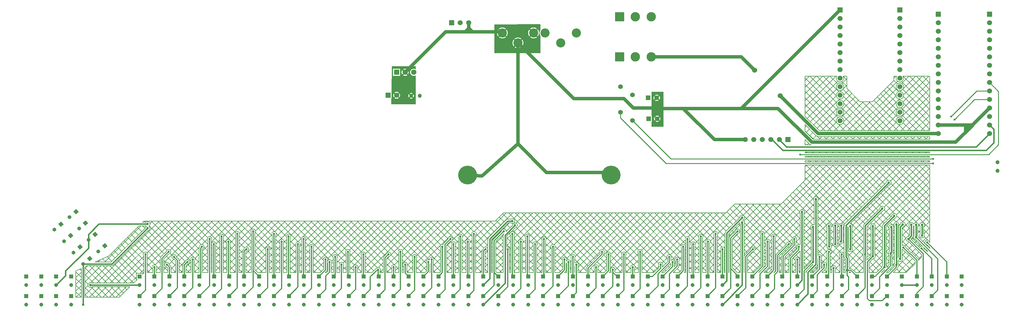
<source format=gbl>
G04*
G04 #@! TF.GenerationSoftware,Altium Limited,Altium Designer,23.7.1 (13)*
G04*
G04 Layer_Physical_Order=2*
G04 Layer_Color=16711680*
%FSLAX44Y44*%
%MOMM*%
G71*
G04*
G04 #@! TF.SameCoordinates,0223C93B-7FE2-4649-842A-E085946BCD85*
G04*
G04*
G04 #@! TF.FilePolarity,Positive*
G04*
G01*
G75*
%ADD11C,0.2540*%
%ADD14C,1.0160*%
%ADD16C,2.7200*%
%ADD18C,2.8000*%
%ADD19R,2.8000X2.8000*%
%ADD39C,0.3048*%
%ADD40C,0.3810*%
%ADD41C,5.5880*%
%ADD42R,1.1430X1.1430*%
%ADD43C,1.1430*%
%ADD44C,1.2000*%
%ADD45R,1.3970X1.3970*%
%ADD46C,1.3970*%
%ADD47R,1.5240X1.5240*%
%ADD48C,1.5240*%
%ADD49C,1.5000*%
%ADD50R,1.5000X1.5000*%
%ADD51R,1.5000X1.5000*%
%ADD52R,1.6000X1.6000*%
%ADD53C,1.6000*%
%ADD54C,1.4000*%
%ADD55P,1.6165X4X265.0*%
%ADD56C,0.6096*%
%ADD57C,0.7620*%
%ADD58C,0.6604*%
%ADD59C,0.7112*%
%ADD60C,0.8890*%
%ADD61C,0.2032*%
G36*
X1278890Y929254D02*
X1277790Y928619D01*
X1276608Y929302D01*
X1273928Y930020D01*
X1271152D01*
X1268472Y929302D01*
X1266068Y927914D01*
X1264106Y925952D01*
X1262718Y923548D01*
X1262000Y920868D01*
Y918092D01*
X1262718Y915412D01*
X1264106Y913008D01*
X1266068Y911046D01*
X1268472Y909658D01*
X1271152Y908940D01*
X1273928D01*
X1276608Y909658D01*
X1277790Y910341D01*
X1278890Y909706D01*
Y824230D01*
X1206747D01*
X1205854Y825133D01*
X1206029Y840740D01*
X1206500D01*
Y861060D01*
X1206500D01*
X1206260Y861303D01*
X1207114Y937260D01*
X1278890D01*
Y929254D01*
D02*
G37*
G36*
X1451707Y1042573D02*
X1451221Y1041400D01*
X1421519D01*
X1421033Y1042573D01*
X1432560Y1054100D01*
X1440180D01*
X1451707Y1042573D01*
D02*
G37*
G36*
X1649730Y1062088D02*
Y1046077D01*
X1648767Y1044635D01*
X1647550Y1041698D01*
X1646930Y1038580D01*
Y1035400D01*
X1647550Y1032282D01*
X1648767Y1029345D01*
X1649730Y1027904D01*
Y976630D01*
X1512570D01*
Y1061720D01*
X1648828Y1062982D01*
X1649730Y1062088D01*
D02*
G37*
G36*
X2015490Y756920D02*
X1979930D01*
Y771525D01*
X1980565D01*
Y790575D01*
X1979930D01*
Y861060D01*
X2015490D01*
Y756920D01*
D02*
G37*
G36*
X2932590Y760833D02*
X2909570Y736633D01*
X2908300Y737140D01*
Y762000D01*
X2932089D01*
X2932590Y760833D01*
D02*
G37*
%LPC*%
G36*
X1248528Y930020D02*
X1245752D01*
X1243072Y929302D01*
X1241132Y928182D01*
X1243208Y926106D01*
X1240514Y923412D01*
X1238438Y925488D01*
X1237318Y923548D01*
X1236600Y920868D01*
Y918092D01*
X1237318Y915412D01*
X1238438Y913472D01*
X1240514Y915548D01*
X1243208Y912854D01*
X1241132Y910778D01*
X1243072Y909658D01*
X1245752Y908940D01*
X1248528D01*
X1251208Y909658D01*
X1253148Y910778D01*
X1251072Y912854D01*
X1253766Y915548D01*
X1255842Y913472D01*
X1256962Y915412D01*
X1257680Y918092D01*
Y920868D01*
X1256962Y923548D01*
X1255842Y925488D01*
X1253766Y923412D01*
X1251072Y926106D01*
X1253148Y928182D01*
X1251208Y929302D01*
X1248528Y930020D01*
D02*
G37*
G36*
X1232280D02*
X1211200D01*
Y908940D01*
X1232280D01*
Y930020D01*
D02*
G37*
G36*
X1223078Y861060D02*
X1220402D01*
X1217818Y860368D01*
X1216010Y859324D01*
X1218085Y857249D01*
X1215391Y854555D01*
X1213316Y856630D01*
X1212272Y854822D01*
X1211580Y852238D01*
Y849562D01*
X1212272Y846978D01*
X1213316Y845170D01*
X1215391Y847245D01*
X1218085Y844551D01*
X1216010Y842476D01*
X1217818Y841432D01*
X1220402Y840740D01*
X1223078D01*
X1225662Y841432D01*
X1227470Y842476D01*
X1225395Y844551D01*
X1228089Y847245D01*
X1230164Y845170D01*
X1231208Y846978D01*
X1231900Y849562D01*
Y852238D01*
X1231208Y854822D01*
X1230164Y856630D01*
X1228089Y854555D01*
X1225395Y857249D01*
X1227470Y859324D01*
X1225662Y860368D01*
X1223078Y861060D01*
D02*
G37*
G36*
X1266044Y858170D02*
X1263796D01*
X1261624Y857588D01*
X1260376Y856868D01*
X1262459Y854785D01*
X1259765Y852091D01*
X1257682Y854174D01*
X1256962Y852926D01*
X1256380Y850754D01*
Y848506D01*
X1256962Y846334D01*
X1257682Y845086D01*
X1259765Y847169D01*
X1262459Y844475D01*
X1260376Y842392D01*
X1261624Y841672D01*
X1263796Y841090D01*
X1266044D01*
X1268216Y841672D01*
X1269464Y842392D01*
X1267381Y844475D01*
X1270075Y847169D01*
X1272158Y845086D01*
X1272878Y846334D01*
X1273460Y848506D01*
Y850754D01*
X1272878Y852926D01*
X1272158Y854174D01*
X1270075Y852091D01*
X1267381Y854785D01*
X1269464Y856868D01*
X1268216Y857588D01*
X1266044Y858170D01*
D02*
G37*
G36*
X1630360Y1053150D02*
X1627180D01*
X1624062Y1052530D01*
X1621125Y1051313D01*
X1618749Y1049725D01*
X1620811Y1047663D01*
X1618116Y1044969D01*
X1616055Y1047031D01*
X1614467Y1044655D01*
X1613250Y1041718D01*
X1612630Y1038600D01*
Y1035420D01*
X1613250Y1032302D01*
X1614467Y1029365D01*
X1616055Y1026989D01*
X1618116Y1029051D01*
X1620811Y1026356D01*
X1618749Y1024295D01*
X1621125Y1022707D01*
X1624062Y1021490D01*
X1627180Y1020870D01*
X1630360D01*
X1633478Y1021490D01*
X1636415Y1022707D01*
X1638791Y1024295D01*
X1636729Y1026356D01*
X1639424Y1029051D01*
X1641485Y1026989D01*
X1643073Y1029365D01*
X1644290Y1032302D01*
X1644910Y1035420D01*
Y1038600D01*
X1644290Y1041718D01*
X1643073Y1044655D01*
X1641485Y1047031D01*
X1639424Y1044969D01*
X1636729Y1047663D01*
X1638791Y1049725D01*
X1636415Y1051313D01*
X1633478Y1052530D01*
X1630360Y1053150D01*
D02*
G37*
G36*
X1537660D02*
X1534480D01*
X1531362Y1052530D01*
X1528425Y1051313D01*
X1526049Y1049725D01*
X1528111Y1047663D01*
X1525417Y1044969D01*
X1523355Y1047031D01*
X1521767Y1044655D01*
X1520550Y1041718D01*
X1519930Y1038600D01*
Y1035420D01*
X1520550Y1032302D01*
X1521767Y1029365D01*
X1523355Y1026989D01*
X1525417Y1029051D01*
X1528111Y1026356D01*
X1526049Y1024295D01*
X1528425Y1022707D01*
X1531362Y1021490D01*
X1534480Y1020870D01*
X1537660D01*
X1540778Y1021490D01*
X1543715Y1022707D01*
X1546091Y1024295D01*
X1544030Y1026356D01*
X1546724Y1029051D01*
X1548785Y1026989D01*
X1550373Y1029365D01*
X1551590Y1032302D01*
X1552210Y1035420D01*
Y1038600D01*
X1551590Y1041718D01*
X1550373Y1044655D01*
X1548785Y1047031D01*
X1546724Y1044969D01*
X1544030Y1047663D01*
X1546091Y1049725D01*
X1543715Y1051313D01*
X1540778Y1052530D01*
X1537660Y1053150D01*
D02*
G37*
G36*
X1584010Y1023150D02*
X1580830D01*
X1577712Y1022530D01*
X1574775Y1021313D01*
X1572399Y1019725D01*
X1574460Y1017663D01*
X1571767Y1014969D01*
X1569705Y1017031D01*
X1568117Y1014655D01*
X1566900Y1011718D01*
X1566280Y1008600D01*
Y1005420D01*
X1566900Y1002302D01*
X1568117Y999365D01*
X1569705Y996989D01*
X1571767Y999051D01*
X1574460Y996357D01*
X1572399Y994295D01*
X1574775Y992707D01*
X1577712Y991490D01*
X1580830Y990870D01*
X1584010D01*
X1587128Y991490D01*
X1590065Y992707D01*
X1592441Y994295D01*
X1590379Y996357D01*
X1593073Y999051D01*
X1595135Y996989D01*
X1596723Y999365D01*
X1597940Y1002302D01*
X1598560Y1005420D01*
Y1008600D01*
X1597940Y1011718D01*
X1596723Y1014655D01*
X1595135Y1017031D01*
X1593073Y1014969D01*
X1590379Y1017663D01*
X1592441Y1019725D01*
X1590065Y1021313D01*
X1587128Y1022530D01*
X1584010Y1023150D01*
D02*
G37*
G36*
X1996424Y853004D02*
X1993916D01*
X1991494Y852355D01*
X1989905Y851438D01*
X1991980Y849362D01*
X1989286Y846668D01*
X1987211Y848743D01*
X1986294Y847155D01*
X1985645Y844733D01*
Y842225D01*
X1986294Y839802D01*
X1987211Y838214D01*
X1989286Y840289D01*
X1991980Y837595D01*
X1989905Y835520D01*
X1991494Y834603D01*
X1993916Y833954D01*
X1996424D01*
X1998846Y834603D01*
X2000435Y835520D01*
X1998360Y837595D01*
X2001054Y840289D01*
X2003129Y838214D01*
X2004046Y839802D01*
X2004695Y842225D01*
Y844733D01*
X2004046Y847155D01*
X2003129Y848743D01*
X2001054Y846668D01*
X1998360Y849362D01*
X2000435Y851438D01*
X1998846Y852355D01*
X1996424Y853004D01*
D02*
G37*
G36*
X1997694Y790575D02*
X1995186D01*
X1992764Y789926D01*
X1991175Y789009D01*
X1993250Y786934D01*
X1990556Y784240D01*
X1988481Y786315D01*
X1987564Y784726D01*
X1986915Y782304D01*
Y779796D01*
X1987564Y777374D01*
X1988481Y775785D01*
X1990556Y777860D01*
X1993250Y775166D01*
X1991175Y773091D01*
X1992764Y772174D01*
X1995186Y771525D01*
X1997694D01*
X2000116Y772174D01*
X2001705Y773091D01*
X1999630Y775166D01*
X2002324Y777860D01*
X2004399Y775785D01*
X2005316Y777374D01*
X2005965Y779796D01*
Y782304D01*
X2005316Y784726D01*
X2004399Y786315D01*
X2002324Y784240D01*
X1999630Y786934D01*
X2001705Y789009D01*
X2000116Y789926D01*
X1997694Y790575D01*
D02*
G37*
%LPD*%
D11*
X3011170Y703580D02*
Y862330D01*
X2421890Y674370D02*
X2981960D01*
X2984500Y889000D02*
X3011170Y862330D01*
X2981960Y674370D02*
X3011170Y703580D01*
X2870200Y787400D02*
X2946400Y863600D01*
X2984500D01*
X2880379Y778510D02*
X2940069Y838200D01*
X2984500D01*
X1922780Y775970D02*
X2037080Y661670D01*
X2816860D01*
X2023110Y647700D02*
X2816860D01*
X1887220Y783590D02*
X2023110Y647700D01*
X1887220Y783590D02*
Y800100D01*
X1993900Y812800D02*
X1995170Y811530D01*
D14*
X2166620Y718820D02*
X2258060D01*
X1532950Y1040130D02*
X1536070Y1037010D01*
X1437640Y1040130D02*
X1532950D01*
X1367790D02*
X1437640D01*
X1247140Y919480D02*
X1367790Y1040130D01*
X1436370Y1041400D02*
Y1066800D01*
Y1041400D02*
X1437640Y1040130D01*
X1978670Y965200D02*
X2246630D01*
X2286000Y925830D01*
X2475230Y736600D02*
X2832100D01*
X2362200Y849630D02*
X2475230Y736600D01*
X2456180Y711200D02*
X2884170D01*
X2933700Y762000D02*
X2984500Y812800D01*
X2884170Y711200D02*
X2933700Y760730D01*
Y762000D01*
X2832100D02*
X2933700D01*
X2246630Y811530D02*
X2355850D01*
X2456180Y711200D01*
X1582420Y706120D02*
X1667510Y621030D01*
X1856880D01*
X1582420Y706120D02*
Y1007010D01*
X1856880Y621030D02*
X1859420Y618490D01*
X1432420Y613410D02*
X1471565Y611137D01*
X1475727D01*
X1582420Y706120D01*
X2073910Y811530D02*
X2246630D01*
X1995170D02*
X2073910D01*
X1582420Y1007010D02*
X1748690Y840740D01*
X1897380D01*
X1925320Y812800D01*
X1993900D01*
X2073910Y811530D02*
X2166620Y718820D01*
X2246630Y811530D02*
X2540000Y1104900D01*
D16*
X1536070Y1037010D02*
D03*
X1628770D02*
D03*
X1582420Y1007010D02*
D03*
X1663070Y1036990D02*
D03*
X1755770D02*
D03*
X1709420Y1006990D02*
D03*
D18*
X1978670Y1084580D02*
D03*
X1931670D02*
D03*
X1978670Y965200D02*
D03*
X1931670D02*
D03*
D19*
X1884670Y1084580D02*
D03*
Y965200D02*
D03*
D39*
X2561590Y313690D02*
Y330200D01*
Y313690D02*
X2565400Y309880D01*
Y271780D02*
Y309880D01*
X2546350Y252730D02*
X2565400Y271780D01*
X2706765Y344565D02*
X2707640Y345440D01*
X2706765Y338215D02*
Y344565D01*
X2679700Y311150D02*
X2706765Y338215D01*
X1551940Y280670D02*
Y392430D01*
X1524000Y252730D02*
X1551940Y280670D01*
X2479040Y332740D02*
Y369570D01*
X2472690Y267970D02*
Y316230D01*
X2392680Y365760D02*
X2417686Y390766D01*
Y399936D01*
X2214730Y334010D02*
X2216150D01*
X2214730Y276710D02*
Y334010D01*
Y425300D01*
X2235200Y445770D01*
X1612900Y252730D02*
X1633220Y273050D01*
Y407670D01*
X1659890Y313690D02*
Y422910D01*
X1657350Y311150D02*
X1659890Y313690D01*
X2635250Y311150D02*
X2644140D01*
X2672080Y339090D01*
X2657665Y309436D02*
X2691130Y342900D01*
Y370132D01*
X2657665Y275145D02*
Y309436D01*
X2520950Y271780D02*
Y336804D01*
X2743200Y422910D02*
Y423164D01*
Y422910D02*
X2787650Y378460D01*
X2562271Y329520D02*
X2572430D01*
X2561590Y330200D02*
X2562271Y329520D01*
X2572430D02*
X2590800Y311150D01*
X2727960Y397764D02*
X2747477Y378247D01*
X2749763D02*
X2768600Y359410D01*
X2747477Y378247D02*
X2749763D01*
X2787650Y280670D02*
Y378460D01*
X2782570Y394970D02*
X2813050Y364490D01*
Y311150D02*
Y364490D01*
X2621280Y245110D02*
Y354330D01*
X2637790Y370840D01*
X2506091Y382959D02*
X2506980Y383848D01*
X2506091Y315341D02*
Y382959D01*
X2614930Y276860D02*
Y377190D01*
X2506980Y383848D02*
Y384810D01*
X2545080Y312420D02*
Y377190D01*
X2627630Y238760D02*
X2665730D01*
X2621280Y245110D02*
X2627630Y238760D01*
X2665730D02*
X2679700Y252730D01*
X2691130Y380692D02*
X2692400Y381962D01*
X2691130Y379730D02*
Y380692D01*
Y370132D02*
X2691330Y370332D01*
X2691130Y379730D02*
X2691330Y379530D01*
Y370332D02*
Y379530D01*
X2766060Y427990D02*
X2830830Y363220D01*
X2799080Y412750D02*
X2857500Y354330D01*
X2404110Y403860D02*
Y422656D01*
X2857500Y311150D02*
Y354330D01*
X2830830Y270510D02*
Y363220D01*
X2343150Y330200D02*
Y430530D01*
X2813050Y252730D02*
X2830830Y270510D01*
X2768600Y252730D02*
Y261620D01*
X2787650Y280670D01*
X2354580Y374650D02*
X2387600Y407670D01*
X2768600Y311150D02*
Y359410D01*
X2635250Y252730D02*
X2657665Y275145D01*
X2590800Y252730D02*
X2614930Y276860D01*
X2545080Y312420D02*
X2546350Y311150D01*
X2501900Y252730D02*
X2520950Y271780D01*
X2501900Y311150D02*
X2506091Y315341D01*
X2457450Y252730D02*
X2472690Y267970D01*
X2493010Y336550D02*
Y346710D01*
X2472690Y316230D02*
X2493010Y336550D01*
X2457450Y311150D02*
X2479040Y332740D01*
X2413000Y252730D02*
X2433320Y273050D01*
Y327660D02*
X2459990Y354330D01*
X2433320Y273050D02*
Y327660D01*
X2413000Y311150D02*
Y361950D01*
X2368550Y252730D02*
X2392680Y276860D01*
Y365760D01*
X2368550Y311150D02*
X2371090Y313690D01*
Y370840D01*
X2404110Y403860D01*
X2345690Y274320D02*
Y316230D01*
X2324100Y252730D02*
X2345690Y274320D01*
Y316230D02*
X2354580Y325120D01*
Y374650D01*
X2324100Y311150D02*
X2343150Y330200D01*
X2302510Y318770D02*
X2325370Y341630D01*
Y415290D01*
X2302510Y275590D02*
Y318770D01*
X2279650Y252730D02*
X2302510Y275590D01*
X2279650Y311150D02*
X2308860Y340360D01*
Y438150D01*
X2235200Y252730D02*
X2259815Y277345D01*
Y371325D01*
X2280920Y392430D01*
X2231205Y315145D02*
X2235200Y311150D01*
X2231205Y315145D02*
Y318955D01*
X2216150Y334010D02*
X2231205Y318955D01*
X2190750Y252730D02*
X2214730Y276710D01*
X2190750Y311150D02*
Y392430D01*
X2146300Y252730D02*
X2170430Y276860D01*
Y438150D01*
X2146300Y311150D02*
X2147570Y312420D01*
Y415290D01*
X2101850Y252730D02*
X2125980Y276860D01*
Y430530D01*
X2101850Y311150D02*
X2103120Y312420D01*
Y407670D01*
X2057400Y252730D02*
X2086610Y281940D01*
Y422910D01*
X2057400Y311150D02*
X2073910Y327660D01*
Y400050D01*
X2012950Y252730D02*
X2033270Y273050D01*
X2056130Y341630D02*
Y361950D01*
X2033270Y273050D02*
Y318770D01*
X2056130Y341630D01*
X2042160Y340360D02*
Y354330D01*
X2012950Y311150D02*
X2042160Y340360D01*
X1968500Y252730D02*
X1998980Y283210D01*
X2032000Y351790D02*
Y369570D01*
X1998980Y283210D02*
Y318770D01*
X2032000Y351790D01*
X1982470Y311150D02*
X2006600Y335280D01*
Y346710D01*
X1968500Y311150D02*
X1982470D01*
X1924050Y252730D02*
X1945640Y274320D01*
Y384810D01*
X1924050Y311150D02*
Y339090D01*
X1879600Y252730D02*
X1897380Y270510D01*
Y377190D01*
X1864360Y281940D02*
Y323850D01*
X1875409Y315341D02*
X1879600Y311150D01*
X1864360Y323850D02*
X1872869Y315341D01*
X1864360Y323850D02*
Y331470D01*
X1872869Y315341D02*
X1875409D01*
X1835150Y252730D02*
X1864360Y281940D01*
X1835150Y311150D02*
X1851660Y327660D01*
Y377190D01*
X1790700Y252730D02*
X1814830Y276860D01*
Y339090D01*
X1832610Y377190D02*
Y384810D01*
X1790700Y335280D02*
X1832610Y377190D01*
X1790700Y311150D02*
Y335280D01*
X1746250Y252730D02*
X1756410Y262890D01*
Y346710D01*
X1746250Y311150D02*
Y369570D01*
X1701800Y252730D02*
X1732280Y283210D01*
Y354330D01*
X1701800Y311150D02*
X1720850Y330200D01*
Y361950D01*
X1657350Y252730D02*
X1686560Y281940D01*
Y400050D01*
X1610360Y313690D02*
X1612900Y311150D01*
X1610360Y313690D02*
Y430530D01*
X1568450Y252730D02*
X1591310Y275590D01*
Y415290D01*
X1565910Y313690D02*
X1568450Y311150D01*
X1565910Y313690D02*
Y438150D01*
X1511785Y284965D02*
Y323365D01*
X1524000Y311150D01*
X1511785Y323365D02*
Y417045D01*
X1479550Y252730D02*
X1511785Y284965D01*
Y417045D02*
X1540510Y445770D01*
X1479550Y311150D02*
Y386080D01*
X1485900Y392430D01*
X1435100Y252730D02*
X1451610Y269240D01*
Y438150D01*
X1433830Y312420D02*
X1435100Y311150D01*
X1433830Y312420D02*
Y415290D01*
X1390650Y252730D02*
X1410970Y273050D01*
Y430530D01*
X1390650Y311150D02*
Y407670D01*
X1346200Y252730D02*
X1365735Y272265D01*
Y406885D01*
X1381760Y422910D01*
X1346200Y311150D02*
X1357630Y322580D01*
Y400050D01*
X1301750Y252730D02*
X1325880Y276860D01*
Y361950D01*
X1301750Y311150D02*
X1315720Y325120D01*
Y354330D01*
X1257300Y252730D02*
X1275080Y270510D01*
Y369570D01*
X1247140Y321310D02*
X1257300Y311150D01*
X1247140Y321310D02*
Y346710D01*
X1212850Y252730D02*
X1233170Y273050D01*
Y384810D01*
X1212850Y311150D02*
Y339090D01*
X1168400Y252730D02*
X1187450Y271780D01*
Y367030D01*
X1197610Y377190D01*
X1167130Y312420D02*
X1168400Y311150D01*
X1167130Y312420D02*
Y331470D01*
X1143000Y271780D02*
Y309880D01*
X1163910Y330790D01*
X1123950Y252730D02*
X1143000Y271780D01*
X1122680Y312420D02*
X1123950Y311150D01*
X1122680Y312420D02*
Y377190D01*
X1079500Y252730D02*
X1099820Y273050D01*
Y339090D01*
X1076960Y313690D02*
X1079500Y311150D01*
X1076960Y313690D02*
Y384810D01*
X1035050Y252730D02*
X1057910Y275590D01*
Y346710D01*
X1035050Y311150D02*
X1038860Y314960D01*
Y369570D01*
X990600Y252730D02*
X1010920Y273050D01*
X1022350Y323850D02*
Y354330D01*
X1010920Y273050D02*
Y312420D01*
X1022350Y323850D01*
X1010220Y330770D02*
Y361950D01*
X990600Y311150D02*
X1010220Y330770D01*
X969010Y275590D02*
Y400050D01*
X946150Y252730D02*
X969010Y275590D01*
X944880Y312420D02*
X946150Y311150D01*
X944880Y312420D02*
Y422910D01*
X901700Y252730D02*
X928370Y279400D01*
Y407670D01*
X900430Y312420D02*
X901700Y311150D01*
X900430Y312420D02*
Y430530D01*
X857250Y252730D02*
X880110Y275590D01*
Y415290D01*
X857250Y311150D02*
Y438150D01*
X812800Y252730D02*
X838200Y278130D01*
Y392430D01*
X795020Y279400D02*
Y328930D01*
X812800Y311150D01*
X795020Y328930D02*
Y445770D01*
X768350Y252730D02*
X795020Y279400D01*
X768350Y311150D02*
Y386080D01*
X774700Y392430D01*
X723900Y252730D02*
X748030Y276860D01*
Y438150D01*
X590550Y311150D02*
Y345440D01*
X599440Y354330D01*
X635000Y252730D02*
X665480Y283210D01*
Y422910D01*
X642620Y398950D02*
Y400050D01*
X635000Y311150D02*
X639191Y315341D01*
Y395521D02*
X642620Y398950D01*
X639191Y315341D02*
Y395521D01*
X570230Y276860D02*
Y359410D01*
X560070Y369570D02*
X570230Y359410D01*
X546100Y311150D02*
Y339090D01*
X538480Y346710D02*
X546100Y339090D01*
X524312Y275392D02*
Y365562D01*
X501650Y252730D02*
X524312Y275392D01*
Y365562D02*
X543560Y384810D01*
X721360Y313690D02*
X723900Y311150D01*
X721360Y313690D02*
Y415290D01*
X679450Y252730D02*
X701040Y274320D01*
Y430530D01*
X678180Y312420D02*
X679450Y311150D01*
X678180Y312420D02*
Y407670D01*
X590550Y252730D02*
X615950Y278130D01*
Y361950D01*
X546100Y252730D02*
X570230Y276860D01*
X457200Y252730D02*
X474980Y270510D01*
Y377190D01*
X501650Y311150D02*
Y339090D01*
D40*
X2369820Y687070D02*
X2974340D01*
X2381250Y697230D02*
X2945130D01*
X2984500Y736600D01*
X2359660Y719602D02*
Y722630D01*
X2363289Y715191D02*
Y715973D01*
X2359660Y719602D02*
X2363289Y715973D01*
Y715191D02*
X2381250Y697230D01*
X2997200Y709930D02*
Y749300D01*
X2974340Y687070D02*
X2997200Y709930D01*
X2334260Y722630D02*
X2369820Y687070D01*
X2707640Y345440D02*
Y466090D01*
X1544193Y434213D02*
X1573530Y463550D01*
X2249170Y285352D02*
Y471805D01*
X1544193Y291575D02*
Y434213D01*
X1479948Y227330D02*
X1544193Y291575D01*
X1479550Y227330D02*
X1479948D01*
X2557780Y463550D02*
X2684780Y590550D01*
X2557780Y369570D02*
Y463550D01*
X2468245Y347345D02*
Y541655D01*
X2444750Y323850D02*
X2468245Y347345D01*
X2413000Y227330D02*
X2444750Y259080D01*
Y323850D01*
X2426970Y299720D02*
Y502920D01*
X2413000Y285750D02*
X2426970Y299720D01*
X2190750Y227330D02*
X2191148D01*
X2249170Y285352D01*
X2203450Y440690D02*
X2249170Y486410D01*
X2203450Y298450D02*
Y440690D01*
X2190750Y285750D02*
X2203450Y298450D01*
X2506980Y402214D02*
Y461010D01*
Y402214D02*
X2508250Y400943D01*
X2526030Y407607D02*
Y462280D01*
X2508250Y400050D02*
Y400943D01*
X2459990Y354330D02*
Y458470D01*
X1498600Y422910D02*
X1551940Y476250D01*
X1565910D01*
X305965Y420005D02*
Y436775D01*
X336550Y467360D01*
X481330D01*
X305965Y396135D02*
Y420005D01*
X1479550Y285750D02*
X1498600Y304800D01*
Y422910D01*
X2724150Y285750D02*
X2768600D01*
X237490Y327660D02*
X305965Y396135D01*
X209550Y285750D02*
X237490Y313690D01*
Y327660D01*
X311150Y285750D02*
X457200D01*
X289785Y348403D02*
X375073D01*
X481330Y454660D01*
X289672Y348290D02*
X289785Y348403D01*
X289672Y227442D02*
Y348290D01*
X289560Y227330D02*
X289672Y227442D01*
X2543810Y417327D02*
Y462280D01*
X2542540Y416057D02*
X2543810Y417327D01*
X2542540Y415163D02*
Y416057D01*
X2614930Y377190D02*
Y462280D01*
X2665730Y513080D01*
X2672080Y339090D02*
Y462280D01*
X2701290Y491490D01*
X2561590Y330073D02*
Y330200D01*
X2743454Y423164D02*
X2752090Y431800D01*
X2743200Y423164D02*
X2743454D01*
X2570480Y392176D02*
Y461010D01*
X2561590Y330200D02*
Y365760D01*
X2557780Y369570D02*
X2561590Y365760D01*
X2719070Y363220D02*
Y458470D01*
X2726690Y466090D01*
X2752090Y431800D02*
Y464820D01*
X2637790Y370840D02*
Y461010D01*
X2692400Y381962D02*
Y458470D01*
X2766060Y427990D02*
Y464820D01*
X2783840Y433070D02*
Y464820D01*
X2984500Y762000D02*
X2997200Y749300D01*
D41*
X1432420Y613410D02*
D03*
X1859420D02*
D03*
D42*
X1746250Y311150D02*
D03*
X2546350D02*
D03*
X120650Y252730D02*
D03*
X990600D02*
D03*
X1701800D02*
D03*
X2413000D02*
D03*
X2724150Y311150D02*
D03*
X2012950D02*
D03*
X1301750D02*
D03*
X590550D02*
D03*
X768350Y252730D02*
D03*
X1479550D02*
D03*
X2190750D02*
D03*
X2901950D02*
D03*
X2235200Y311150D02*
D03*
X1524000D02*
D03*
X812800D02*
D03*
X946150Y252730D02*
D03*
X1657350D02*
D03*
X2368550D02*
D03*
X2768600Y311150D02*
D03*
X2057400D02*
D03*
X1346200D02*
D03*
X635000D02*
D03*
X723900Y252730D02*
D03*
X1435100D02*
D03*
X2146300D02*
D03*
X2857500D02*
D03*
X2279650Y311150D02*
D03*
X1568450D02*
D03*
X857250D02*
D03*
X679450Y252730D02*
D03*
X1390650D02*
D03*
X2101850D02*
D03*
X2813050D02*
D03*
X2324100Y311150D02*
D03*
X1612900D02*
D03*
X901700D02*
D03*
Y252730D02*
D03*
X1612900D02*
D03*
X2324100D02*
D03*
X2813050Y311150D02*
D03*
X2101850D02*
D03*
X1390650D02*
D03*
X679450D02*
D03*
X635000Y252730D02*
D03*
X1346200D02*
D03*
X2057400D02*
D03*
X2768600D02*
D03*
X2368550Y311150D02*
D03*
X1657350D02*
D03*
X946150D02*
D03*
X857250Y252730D02*
D03*
X1568450D02*
D03*
X2279650D02*
D03*
X2857500Y311150D02*
D03*
X2146300D02*
D03*
X1435100D02*
D03*
X723900D02*
D03*
X590550Y252730D02*
D03*
X1301750D02*
D03*
X2012950D02*
D03*
X2724150D02*
D03*
X2413000Y311150D02*
D03*
X1701800D02*
D03*
X990600D02*
D03*
X120650D02*
D03*
X812800Y252730D02*
D03*
X1524000D02*
D03*
X2235200D02*
D03*
X2901950Y311150D02*
D03*
X2190750D02*
D03*
X1479550D02*
D03*
X768350D02*
D03*
X546100Y252730D02*
D03*
X1257300D02*
D03*
X1968500D02*
D03*
X2679700D02*
D03*
X2457450Y311150D02*
D03*
X1035050D02*
D03*
X165100D02*
D03*
X501650Y252730D02*
D03*
X1212850D02*
D03*
X1924050D02*
D03*
X2635250D02*
D03*
X2501900Y311150D02*
D03*
X1790700D02*
D03*
X1079500D02*
D03*
X209550D02*
D03*
X457200Y252730D02*
D03*
X1168400D02*
D03*
X1879600D02*
D03*
X2590800D02*
D03*
X1835150Y311150D02*
D03*
X1123950D02*
D03*
X254000D02*
D03*
Y252730D02*
D03*
X1123950D02*
D03*
X1835150D02*
D03*
X2546350D02*
D03*
X2590800Y311150D02*
D03*
X1879600D02*
D03*
X1168400D02*
D03*
X457200D02*
D03*
X209550Y252730D02*
D03*
X1079500D02*
D03*
X1790700D02*
D03*
X2501900D02*
D03*
X2635250Y311150D02*
D03*
X1924050D02*
D03*
X1212850D02*
D03*
X501650D02*
D03*
X165100Y252730D02*
D03*
X1035050D02*
D03*
X1746250D02*
D03*
X2457450D02*
D03*
X2679700Y311150D02*
D03*
X1968500D02*
D03*
X1257300D02*
D03*
X546100D02*
D03*
D43*
X1746250Y285750D02*
D03*
X2546350D02*
D03*
X120650Y227330D02*
D03*
X990600D02*
D03*
X1701800D02*
D03*
X2413000D02*
D03*
X2724150Y285750D02*
D03*
X2012950D02*
D03*
X1301750D02*
D03*
X590550D02*
D03*
X768350Y227330D02*
D03*
X1479550D02*
D03*
X2190750D02*
D03*
X2901950D02*
D03*
X2235200Y285750D02*
D03*
X1524000D02*
D03*
X812800D02*
D03*
X248821Y488106D02*
D03*
X289785Y348403D02*
D03*
X946150Y227330D02*
D03*
X1657350D02*
D03*
X2368550D02*
D03*
X2768600Y285750D02*
D03*
X2057400D02*
D03*
X1346200D02*
D03*
X635000D02*
D03*
X723900Y227330D02*
D03*
X1435100D02*
D03*
X2146300D02*
D03*
X2857500D02*
D03*
X2279650Y285750D02*
D03*
X1568450D02*
D03*
X857250D02*
D03*
X277393Y454055D02*
D03*
X679450Y227330D02*
D03*
X1390650D02*
D03*
X2101850D02*
D03*
X2813050D02*
D03*
X2324100Y285750D02*
D03*
X1612900D02*
D03*
X901700D02*
D03*
X305965Y420005D02*
D03*
X261213Y382453D02*
D03*
X901700Y227330D02*
D03*
X1612900D02*
D03*
X2324100D02*
D03*
X2813050Y285750D02*
D03*
X2101850D02*
D03*
X1390650D02*
D03*
X679450D02*
D03*
X635000Y227330D02*
D03*
X1346200D02*
D03*
X2057400D02*
D03*
X2768600D02*
D03*
X2368550Y285750D02*
D03*
X1657350D02*
D03*
X946150D02*
D03*
X334537Y385954D02*
D03*
X232641Y416504D02*
D03*
X857250Y227330D02*
D03*
X1568450D02*
D03*
X2279650D02*
D03*
X2857500Y285750D02*
D03*
X2146300D02*
D03*
X1435100D02*
D03*
X723900D02*
D03*
X590550Y227330D02*
D03*
X1301750D02*
D03*
X2012950D02*
D03*
X2724150D02*
D03*
X2413000Y285750D02*
D03*
X1701800D02*
D03*
X990600D02*
D03*
X120650D02*
D03*
X204069Y450554D02*
D03*
X812800Y227330D02*
D03*
X1524000D02*
D03*
X2235200D02*
D03*
X2901950Y285750D02*
D03*
X2190750D02*
D03*
X1479550D02*
D03*
X768350D02*
D03*
X546100Y227330D02*
D03*
X1257300D02*
D03*
X1968500D02*
D03*
X2679700D02*
D03*
X2457450Y285750D02*
D03*
X1035050D02*
D03*
X165100D02*
D03*
X501650Y227330D02*
D03*
X1212850D02*
D03*
X1924050D02*
D03*
X2635250D02*
D03*
X2501900Y285750D02*
D03*
X1790700D02*
D03*
X1079500D02*
D03*
X209550D02*
D03*
X457200Y227330D02*
D03*
X1168400D02*
D03*
X1879600D02*
D03*
X2590800D02*
D03*
X1835150Y285750D02*
D03*
X1123950D02*
D03*
X254000D02*
D03*
Y227330D02*
D03*
X1123950D02*
D03*
X1835150D02*
D03*
X2546350D02*
D03*
X2590800Y285750D02*
D03*
X1879600D02*
D03*
X1168400D02*
D03*
X457200D02*
D03*
X209550Y227330D02*
D03*
X1079500D02*
D03*
X1790700D02*
D03*
X2501900D02*
D03*
X2635250Y285750D02*
D03*
X1924050D02*
D03*
X1212850D02*
D03*
X501650D02*
D03*
X165100Y227330D02*
D03*
X1035050D02*
D03*
X1746250D02*
D03*
X2457450D02*
D03*
X2679700Y285750D02*
D03*
X1968500D02*
D03*
X1257300D02*
D03*
X546100D02*
D03*
D44*
X1264920Y849630D02*
D03*
X1290320D02*
D03*
X3008630Y651510D02*
D03*
Y626110D02*
D03*
D45*
X1969770Y843479D02*
D03*
X1971040Y781050D02*
D03*
D46*
X1995170Y843479D02*
D03*
X1996440Y781050D02*
D03*
D47*
X1196340Y850900D02*
D03*
D48*
X1221740D02*
D03*
X2286000Y925830D02*
D03*
X2362200Y849630D02*
D03*
D49*
X2984500Y736600D02*
D03*
Y762000D02*
D03*
Y787400D02*
D03*
Y812800D02*
D03*
Y838200D02*
D03*
Y863600D02*
D03*
Y889000D02*
D03*
Y914400D02*
D03*
Y939800D02*
D03*
Y965200D02*
D03*
Y990600D02*
D03*
Y1016000D02*
D03*
Y1041400D02*
D03*
Y1066800D02*
D03*
X2832100Y736600D02*
D03*
Y762000D02*
D03*
Y787400D02*
D03*
Y812800D02*
D03*
Y838200D02*
D03*
Y863600D02*
D03*
Y889000D02*
D03*
Y914400D02*
D03*
Y939800D02*
D03*
Y965200D02*
D03*
Y990600D02*
D03*
Y1016000D02*
D03*
Y1041400D02*
D03*
Y1066800D02*
D03*
X1410970D02*
D03*
X1436370D02*
D03*
X2258060Y718820D02*
D03*
X2283460D02*
D03*
X2308860D02*
D03*
X2334260D02*
D03*
X2359660D02*
D03*
X2717800Y774700D02*
D03*
Y800100D02*
D03*
Y825500D02*
D03*
Y850900D02*
D03*
Y876300D02*
D03*
Y901700D02*
D03*
Y927100D02*
D03*
Y952500D02*
D03*
Y977900D02*
D03*
Y1003300D02*
D03*
Y1028700D02*
D03*
Y1054100D02*
D03*
Y1079500D02*
D03*
X2540000Y774700D02*
D03*
Y800100D02*
D03*
Y825500D02*
D03*
Y850900D02*
D03*
Y876300D02*
D03*
Y901700D02*
D03*
Y927100D02*
D03*
Y952500D02*
D03*
Y977900D02*
D03*
Y1003300D02*
D03*
Y1028700D02*
D03*
Y1054100D02*
D03*
Y1079500D02*
D03*
D50*
X2984500Y1092200D02*
D03*
X2832100D02*
D03*
X2717800Y1104900D02*
D03*
X2540000D02*
D03*
D51*
X1385570Y1066800D02*
D03*
X2385060Y718820D02*
D03*
D52*
X1221740Y919480D02*
D03*
D53*
X1247140D02*
D03*
X1272540D02*
D03*
D54*
X1922780Y852170D02*
D03*
Y775970D02*
D03*
X1887220Y876300D02*
D03*
Y800100D02*
D03*
D55*
X268278Y504433D02*
D03*
X309242Y364729D02*
D03*
X296850Y470382D02*
D03*
X325422Y436332D02*
D03*
X280670Y398780D02*
D03*
X353994Y402281D02*
D03*
X252098Y432831D02*
D03*
X223526Y466881D02*
D03*
D56*
X2870200Y787400D02*
D03*
X2880360Y778510D02*
D03*
X2421890Y674370D02*
D03*
X2816860Y661670D02*
D03*
Y647700D02*
D03*
D57*
X2707640Y345440D02*
D03*
X1573530Y463550D02*
D03*
X2249170Y471805D02*
D03*
X2684780Y590550D02*
D03*
X2426970Y502920D02*
D03*
X2468245Y541655D02*
D03*
X2249170Y486410D02*
D03*
X2506980Y461010D02*
D03*
X2526030Y462280D02*
D03*
X2459990Y458470D02*
D03*
X1565910Y476250D02*
D03*
X481330Y467360D02*
D03*
X311150Y285750D02*
D03*
X481330Y454660D02*
D03*
X289560Y227330D02*
D03*
X2672080Y339090D02*
D03*
X2743200Y423164D02*
D03*
X2543810Y462280D02*
D03*
X2570480Y461010D02*
D03*
X2719070Y363220D02*
D03*
X2726690Y466090D02*
D03*
X2752090Y464820D02*
D03*
X2637790Y461010D02*
D03*
Y370840D02*
D03*
X2691130Y379730D02*
D03*
X2692400Y458470D02*
D03*
X2701290Y491490D02*
D03*
X2707640Y466090D02*
D03*
X2665730Y513080D02*
D03*
X2766060Y464820D02*
D03*
Y427990D02*
D03*
X2783840Y433070D02*
D03*
Y464820D02*
D03*
D58*
X1551940Y392430D02*
D03*
X2479040Y369570D02*
D03*
X1659890Y422910D02*
D03*
X1633220Y407670D02*
D03*
X2520950Y336804D02*
D03*
X2727960Y397764D02*
D03*
X2782570Y394970D02*
D03*
X2506980Y384810D02*
D03*
X2545080Y377190D02*
D03*
X2799080Y412750D02*
D03*
X2404110Y422656D02*
D03*
X2417686Y399936D02*
D03*
X2343150Y430530D02*
D03*
X2387600Y407670D02*
D03*
X2493010Y346710D02*
D03*
X2413000Y361950D02*
D03*
X2325370Y415290D02*
D03*
X2308860Y438150D02*
D03*
X2280920Y392430D02*
D03*
X2235200Y445770D02*
D03*
X2190750Y392430D02*
D03*
X2170430Y438150D02*
D03*
X2147570Y415290D02*
D03*
X2125980Y430530D02*
D03*
X2103120Y407670D02*
D03*
X2086610Y422910D02*
D03*
X2073910Y400050D02*
D03*
X2056130Y361950D02*
D03*
X2042160Y354330D02*
D03*
X2032000Y369570D02*
D03*
X2006600Y346710D02*
D03*
X1945640Y384810D02*
D03*
X1924050Y339090D02*
D03*
X1897380Y377190D02*
D03*
X1864360Y331470D02*
D03*
X1851660Y377190D02*
D03*
X1814830Y339090D02*
D03*
X1832610Y384810D02*
D03*
X1756410Y346710D02*
D03*
X1746250Y369570D02*
D03*
X1732280Y354330D02*
D03*
X1720850Y361950D02*
D03*
X1686560Y400050D02*
D03*
X1610360Y430530D02*
D03*
X1591310Y415290D02*
D03*
X1565910Y438150D02*
D03*
X1540510Y445770D02*
D03*
X1485900Y392430D02*
D03*
X1451610Y438150D02*
D03*
X1433830Y415290D02*
D03*
X1410970Y430530D02*
D03*
X1390650Y407670D02*
D03*
X1381760Y422910D02*
D03*
X1357630Y400050D02*
D03*
X1325880Y361950D02*
D03*
X1315720Y354330D02*
D03*
X1275080Y369570D02*
D03*
X1247140Y346710D02*
D03*
X1233170Y384810D02*
D03*
X1212850Y339090D02*
D03*
X1197610Y377190D02*
D03*
X1167130Y331470D02*
D03*
X1122680Y377190D02*
D03*
X1099820Y339090D02*
D03*
X1076960Y384810D02*
D03*
X1057910Y346710D02*
D03*
X1038860Y369570D02*
D03*
X1010220Y361950D02*
D03*
X1022350Y354330D02*
D03*
X969010Y400050D02*
D03*
X944880Y422910D02*
D03*
X928370Y407670D02*
D03*
X900430Y430530D02*
D03*
X880110Y415290D02*
D03*
X857250Y438150D02*
D03*
X838200Y392430D02*
D03*
X795020Y445770D02*
D03*
X774700Y392430D02*
D03*
X748030Y438150D02*
D03*
X599440Y354330D02*
D03*
X665480Y422910D02*
D03*
X642620Y400050D02*
D03*
X560070Y369570D02*
D03*
X538480Y346710D02*
D03*
X543560Y384810D02*
D03*
X721360Y415290D02*
D03*
X701040Y430530D02*
D03*
X678180Y407670D02*
D03*
X615950Y361950D02*
D03*
X474980Y377190D02*
D03*
X501650Y339090D02*
D03*
D59*
X2508250Y400050D02*
D03*
X2526030Y407607D02*
D03*
X2614930Y377190D02*
D03*
X2570480Y392176D02*
D03*
X2542540Y415163D02*
D03*
X2459990Y354330D02*
D03*
D60*
X2561590Y330073D02*
D03*
D61*
X2728856Y901700D02*
G03*
X2726851Y908050I-11056J0D01*
G01*
X2708749D02*
G03*
X2728856Y901700I9051J-6350D01*
G01*
Y876300D02*
G03*
X2728856Y876300I-11056J0D01*
G01*
Y850900D02*
G03*
X2728856Y850900I-11056J0D01*
G01*
Y800100D02*
G03*
X2728856Y800100I-11056J0D01*
G01*
Y825500D02*
G03*
X2728856Y825500I-11056J0D01*
G01*
Y774700D02*
G03*
X2728856Y774700I-11056J0D01*
G01*
X2789301Y459877D02*
G03*
X2791206Y464820I-5461J4943D01*
G01*
D02*
G03*
X2778379Y459877I-7366J0D01*
G01*
X2771521D02*
G03*
X2773426Y464820I-5461J4943D01*
G01*
D02*
G03*
X2759075Y467158I-7366J0D01*
G01*
X2701656Y484133D02*
G03*
X2708656Y491490I-366J7357D01*
G01*
X2715006Y466090D02*
G03*
X2702179Y461147I-7366J0D01*
G01*
X2759075Y467158D02*
G03*
X2746629Y459877I-6985J-2338D01*
G01*
X2757551D02*
G03*
X2759075Y462482I-5461J4943D01*
G01*
X2734056Y466090D02*
G03*
X2719333Y466456I-7366J0D01*
G01*
X2759075Y462482D02*
G03*
X2760599Y459877I6985J2338D01*
G01*
X2713101Y461147D02*
G03*
X2715006Y466090I-5461J4943D01*
G01*
X2791206Y433070D02*
G03*
X2789301Y438013I-7366J0D01*
G01*
X2778379D02*
G03*
X2791206Y433070I5461J-4943D01*
G01*
X2773426Y427990D02*
G03*
X2771521Y432933I-7366J0D01*
G01*
X2760599D02*
G03*
X2766240Y420626I5461J-4943D01*
G01*
X2727056Y458733D02*
G03*
X2734056Y466090I-366J7357D01*
G01*
X2715208Y462332D02*
G03*
X2713609Y458470I3862J-3862D01*
G01*
X2715208Y462332D02*
G03*
X2713609Y458470I3862J-3862D01*
G01*
X2755952Y427938D02*
G03*
X2757551Y431800I-3862J3862D01*
G01*
X2755952Y427938D02*
G03*
X2757551Y431800I-3862J3862D01*
G01*
X2685146Y583193D02*
G03*
X2692146Y590550I-366J7357D01*
G01*
X2708656Y491490D02*
G03*
X2693933Y491856I-7366J0D01*
G01*
X2692146Y590550D02*
G03*
X2677423Y590916I-7366J0D01*
G01*
X2673096Y513080D02*
G03*
X2658373Y513446I-7366J0D01*
G01*
X2666096Y505723D02*
G03*
X2673096Y513080I-366J7357D01*
G01*
X2697861Y453527D02*
G03*
X2699766Y458470I-5461J4943D01*
G01*
D02*
G03*
X2686939Y453527I-7366J0D01*
G01*
X2668218Y466142D02*
G03*
X2666619Y462280I3862J-3862D01*
G01*
X2645156Y461010D02*
G03*
X2632329Y456067I-7366J0D01*
G01*
X2668218Y466142D02*
G03*
X2666619Y462280I3862J-3862D01*
G01*
X2643251Y456067D02*
G03*
X2645156Y461010I-5461J4943D01*
G01*
X2551056Y901700D02*
G03*
X2549051Y908050I-11056J0D01*
G01*
X2530949D02*
G03*
X2551056Y901700I9051J-6350D01*
G01*
Y850900D02*
G03*
X2551056Y850900I-11056J0D01*
G01*
Y876300D02*
G03*
X2551056Y876300I-11056J0D01*
G01*
Y774700D02*
G03*
X2551056Y774700I-11056J0D01*
G01*
Y800100D02*
G03*
X2551056Y800100I-11056J0D01*
G01*
Y825500D02*
G03*
X2551056Y825500I-11056J0D01*
G01*
X2469114Y730503D02*
G03*
X2475230Y727964I6116J6097D01*
G01*
X2469123Y730493D02*
G03*
X2475230Y727964I6107J6107D01*
G01*
X2450064Y705103D02*
G03*
X2454704Y702691I6116J6097D01*
G01*
X2450073Y705093D02*
G03*
X2454704Y702691I6107J6107D01*
G01*
X2611068Y466142D02*
G03*
X2609469Y462280I3862J-3862D01*
G01*
X2553918Y467411D02*
G03*
X2552319Y463550I3862J-3862D01*
G01*
X2611068Y466142D02*
G03*
X2609469Y462280I3862J-3862D01*
G01*
X2577846Y461010D02*
G03*
X2570327Y468374I-7366J0D01*
G01*
X2553918Y467411D02*
G03*
X2552319Y463550I3862J-3862D01*
G01*
X2533396Y462280D02*
G03*
X2520569Y457337I-7366J0D01*
G01*
X2549271D02*
G03*
X2551176Y462280I-5461J4943D01*
G01*
D02*
G03*
X2538349Y457337I-7366J0D01*
G01*
X2475611Y541655D02*
G03*
X2462784Y536712I-7366J0D01*
G01*
X2473706D02*
G03*
X2475611Y541655I-5461J4943D01*
G01*
X2432431Y497977D02*
G03*
X2434336Y502920I-5461J4943D01*
G01*
D02*
G03*
X2421509Y497977I-7366J0D01*
G01*
X2575941Y456067D02*
G03*
X2577846Y461010I-5461J4943D01*
G01*
X2563241Y459648D02*
G03*
X2565019Y456067I7239J1362D01*
G01*
X2531491Y457337D02*
G03*
X2533396Y462280I-5461J4943D01*
G01*
X2514346Y461010D02*
G03*
X2501519Y456067I-7366J0D01*
G01*
X2512441D02*
G03*
X2514346Y461010I-5461J4943D01*
G01*
X2462784Y465285D02*
G03*
X2454529Y453527I-2794J-6816D01*
G01*
X2256536Y471805D02*
G03*
X2250135Y479108I-7366J0D01*
G01*
X2254631Y466862D02*
G03*
X2256536Y471805I-5461J4943D01*
G01*
X2250135Y479108D02*
G03*
X2256536Y486410I-965J7303D01*
G01*
D02*
G03*
X2241813Y486776I-7366J0D01*
G01*
X2241819Y471336D02*
G03*
X2243709Y466862I7351J469D01*
G01*
X2235534Y438920D02*
G03*
X2242058Y445770I-334J6850D01*
G01*
D02*
G03*
X2228350Y446104I-6858J0D01*
G01*
X2199588Y444552D02*
G03*
X2197989Y440690I3862J-3862D01*
G01*
X2199588Y444552D02*
G03*
X2197989Y440690I3862J-3862D01*
G01*
X2348230Y425923D02*
G03*
X2350008Y430530I-5080J4607D01*
G01*
D02*
G03*
X2338070Y425923I-6858J0D01*
G01*
X2409190Y418049D02*
G03*
X2410968Y422656I-5080J4607D01*
G01*
D02*
G03*
X2399030Y418049I-6858J0D01*
G01*
X2313940Y433543D02*
G03*
X2315718Y438150I-5080J4607D01*
G01*
D02*
G03*
X2303780Y433543I-6858J0D01*
G01*
X2177288Y438150D02*
G03*
X2165350Y433543I-6858J0D01*
G01*
X2211146Y428900D02*
G03*
X2209650Y425300I3584J-3600D01*
G01*
X2175510Y433543D02*
G03*
X2177288Y438150I-5080J4607D01*
G01*
X2211138Y428892D02*
G03*
X2209650Y425300I3592J-3592D01*
G01*
X2131060Y425923D02*
G03*
X2132838Y430530I-5080J4607D01*
G01*
D02*
G03*
X2120900Y425923I-6858J0D01*
G01*
X2091690Y418303D02*
G03*
X2093468Y422910I-5080J4607D01*
G01*
D02*
G03*
X2081530Y418303I-6858J0D01*
G01*
X2805930Y413084D02*
G03*
X2798746Y405900I-6850J-334D01*
G01*
X2785901Y400965D02*
G03*
X2776087Y397207I-3331J-5995D01*
G01*
X2789420Y395304D02*
G03*
X2788564Y398301I-6850J-334D01*
G01*
X2743096Y430529D02*
G03*
X2743127Y415798I104J-7365D01*
G01*
X2734810Y398098D02*
G03*
X2724531Y403703I-6850J-334D01*
G01*
Y391825D02*
G03*
X2727626Y390914I3429J5939D01*
G01*
X2753355Y381839D02*
G03*
X2749763Y383327I-3592J-3592D01*
G01*
X2753363Y381831D02*
G03*
X2749763Y383327I-3600J-3584D01*
G01*
X2743885Y374655D02*
G03*
X2747477Y373167I3592J3592D01*
G01*
X2743877Y374663D02*
G03*
X2747477Y373167I3600J3584D01*
G01*
X2686939Y385788D02*
G03*
X2686250Y374212I4191J-6058D01*
G01*
X2696410Y374594D02*
G03*
X2698496Y379730I-5280J5136D01*
G01*
D02*
G03*
X2697861Y382722I-7366J0D01*
G01*
X2645156Y370840D02*
G03*
X2643251Y375783I-7366J0D01*
G01*
X2577592Y392176D02*
G03*
X2575941Y396732I-7112J0D01*
G01*
X2565019D02*
G03*
X2577592Y392176I5461J-4556D01*
G01*
X2549652Y415163D02*
G03*
X2549271Y417460I-7112J0D01*
G01*
X2538349Y420909D02*
G03*
X2549652Y415163I4191J-5746D01*
G01*
X2533142Y407607D02*
G03*
X2531491Y412163I-7112J0D01*
G01*
X2520569D02*
G03*
X2533142Y407607I5461J-4556D01*
G01*
X2515362Y400050D02*
G03*
X2512441Y405796I-7112J0D01*
G01*
X2501519Y402347D02*
G03*
X2515362Y400050I6731J-2297D01*
G01*
X2620010Y372213D02*
G03*
X2622042Y377190I-5080J4977D01*
G01*
X2632329Y375783D02*
G03*
X2630426Y370660I5461J-4943D01*
G01*
X2622042Y377190D02*
G03*
X2620391Y381746I-7112J0D01*
G01*
X2609469D02*
G03*
X2609850Y372213I5461J-4556D01*
G01*
X2513838Y384810D02*
G03*
X2501011Y381433I-6858J0D01*
G01*
X2551938Y377190D02*
G03*
X2540000Y372583I-6858J0D01*
G01*
X2550160D02*
G03*
X2551938Y377190I-5080J4607D01*
G01*
X2511171Y379382D02*
G03*
X2513838Y384810I-4191J5428D01*
G01*
X2485898Y369570D02*
G03*
X2473706Y373881I-6858J0D01*
G01*
X2773680Y359410D02*
G03*
X2772184Y363010I-5080J0D01*
G01*
X2726436Y363220D02*
G03*
X2724531Y368163I-7366J0D01*
G01*
X2713609D02*
G03*
X2713101Y367536I5461J-4943D01*
G01*
Y358904D02*
G03*
X2726436Y363220I5969J4316D01*
G01*
X2773680Y359410D02*
G03*
X2772192Y363002I-5080J0D01*
G01*
X2711845Y339392D02*
G03*
X2715006Y345440I-4205J6048D01*
G01*
D02*
G03*
X2713101Y350383I-7366J0D01*
G01*
X2702179D02*
G03*
X2701685Y341104I5461J-4943D01*
G01*
X2696210Y368920D02*
G03*
X2696410Y370332I-4880J1412D01*
G01*
X2696210Y368920D02*
G03*
X2696410Y370332I-4880J1412D01*
G01*
X2686250Y371544D02*
G03*
X2686050Y370132I4880J-1412D01*
G01*
X2686250Y371544D02*
G03*
X2686050Y370132I4880J-1412D01*
G01*
X2637610Y363476D02*
G03*
X2645156Y370840I180J7364D01*
G01*
X2694722Y339308D02*
G03*
X2696210Y342900I-3592J3592D01*
G01*
X2694714Y339300D02*
G03*
X2696210Y342900I-3584J3600D01*
G01*
X2679446Y339090D02*
G03*
X2677541Y344033I-7366J0D01*
G01*
X2666619D02*
G03*
X2664716Y338910I5461J-4943D01*
G01*
X2710349Y334615D02*
G03*
X2711845Y338215I-3584J3600D01*
G01*
X2710357Y334623D02*
G03*
X2711845Y338215I-3592J3592D01*
G01*
X2671900Y331726D02*
G03*
X2672806Y331760I180J7364D01*
G01*
X2576031Y333104D02*
G03*
X2572430Y334600I-3600J-3584D01*
G01*
X2567051Y365760D02*
G03*
X2565451Y369622I-5461J0D01*
G01*
X2567051Y365760D02*
G03*
X2565451Y369622I-5461J0D01*
G01*
X2552319Y369570D02*
G03*
X2553918Y365709I5461J0D01*
G01*
X2552319Y369570D02*
G03*
X2553918Y365709I5461J0D01*
G01*
X2568187Y334600D02*
G03*
X2567051Y335920I-6597J-4527D01*
G01*
X2499868Y346710D02*
G03*
X2487930Y342103I-6858J0D01*
G01*
X2484120Y364963D02*
G03*
X2485898Y369570I-5080J4607D01*
G01*
X2454529Y358886D02*
G03*
X2452878Y354403I5461J-4556D01*
G01*
X2498090Y342103D02*
G03*
X2499868Y346710I-5080J4607D01*
G01*
X2472106Y343484D02*
G03*
X2473706Y347345I-3862J3862D01*
G01*
X2472106Y343484D02*
G03*
X2473706Y347345I-3862J3862D01*
G01*
X2556129Y335920D02*
G03*
X2556510Y323892I5461J-5847D01*
G01*
X2576023Y333112D02*
G03*
X2572430Y334600I-3592J-3592D01*
G01*
X2527808Y336804D02*
G03*
X2515870Y332197I-6858J0D01*
G01*
X2566670Y323892D02*
G03*
X2567272Y324440I-5080J6181D01*
G01*
X2526030Y332197D02*
G03*
X2527808Y336804I-5080J4607D01*
G01*
X2496594Y332950D02*
G03*
X2498090Y336550I-3584J3600D01*
G01*
X2496602Y332958D02*
G03*
X2498090Y336550I-3592J3592D01*
G01*
X2421509Y405630D02*
G03*
X2412606Y395328I-3823J-5694D01*
G01*
X2407702Y400268D02*
G03*
X2409190Y403860I-3592J3592D01*
G01*
X2387934Y400820D02*
G03*
X2394458Y407670I-334J6850D01*
G01*
X2407694Y400260D02*
G03*
X2409190Y403860I-3584J3600D01*
G01*
X2330450Y410683D02*
G03*
X2332228Y415290I-5080J4607D01*
G01*
X2394458Y407670D02*
G03*
X2380750Y408004I-6858J0D01*
G01*
X2332228Y415290D02*
G03*
X2320290Y410683I-6858J0D01*
G01*
X2287778Y392430D02*
G03*
X2274070Y392764I-6858J0D01*
G01*
X2350996Y378250D02*
G03*
X2349500Y374650I3584J-3600D01*
G01*
X2281254Y385580D02*
G03*
X2287778Y392430I-334J6850D01*
G01*
X2350988Y378242D02*
G03*
X2349500Y374650I3592J-3592D01*
G01*
X2195830Y387823D02*
G03*
X2197608Y392430I-5080J4607D01*
G01*
D02*
G03*
X2185670Y387823I-6858J0D01*
G01*
X2152650Y410683D02*
G03*
X2154428Y415290I-5080J4607D01*
G01*
D02*
G03*
X2142490Y410683I-6858J0D01*
G01*
X2108200Y403063D02*
G03*
X2109978Y407670I-5080J4607D01*
G01*
D02*
G03*
X2098040Y403063I-6858J0D01*
G01*
X2419858Y361950D02*
G03*
X2407920Y357343I-6858J0D01*
G01*
X2418080D02*
G03*
X2419858Y361950I-5080J4607D01*
G01*
X2389096Y369360D02*
G03*
X2387600Y365760I3584J-3600D01*
G01*
X2389088Y369352D02*
G03*
X2387600Y365760I3592J-3592D01*
G01*
X2367506Y374440D02*
G03*
X2366010Y370840I3584J-3600D01*
G01*
X2367498Y374432D02*
G03*
X2366010Y370840I3592J-3592D01*
G01*
X2328962Y338038D02*
G03*
X2330450Y341630I-3592J3592D01*
G01*
X2328954Y338030D02*
G03*
X2330450Y341630I-3584J3600D01*
G01*
X2440889Y327711D02*
G03*
X2439289Y323850I3862J-3862D01*
G01*
X2440889Y327711D02*
G03*
X2439289Y323850I3862J-3862D01*
G01*
X2346734Y326600D02*
G03*
X2348230Y330200I-3584J3600D01*
G01*
X2346742Y326608D02*
G03*
X2348230Y330200I-3592J3592D01*
G01*
X2358979Y322580D02*
G03*
X2359660Y325120I-4399J2540D01*
G01*
X2358979Y322580D02*
G03*
X2359660Y325120I-4399J2540D01*
G01*
X2256231Y374925D02*
G03*
X2254735Y371325I3584J-3600D01*
G01*
X2256223Y374917D02*
G03*
X2254735Y371325I3592J-3592D01*
G01*
X2312452Y336768D02*
G03*
X2313940Y340360I-3592J3592D01*
G01*
X2312444Y336760D02*
G03*
X2313940Y340360I-3584J3600D01*
G01*
X1666748Y422910D02*
G03*
X1654810Y418303I-6858J0D01*
G01*
X1615440Y425923D02*
G03*
X1617218Y430530I-5080J4607D01*
G01*
X1664970Y418303D02*
G03*
X1666748Y422910I-5080J4607D01*
G01*
X1573896Y456193D02*
G03*
X1580896Y463550I-366J7357D01*
G01*
D02*
G03*
X1566173Y463916I-7366J0D01*
G01*
X1573276Y476250D02*
G03*
X1560967Y481711I-7366J0D01*
G01*
Y470789D02*
G03*
X1573276Y476250I4943J5461D01*
G01*
X1617218Y430530D02*
G03*
X1605280Y425923I-6858J0D01*
G01*
X1598168Y415290D02*
G03*
X1586230Y410683I-6858J0D01*
G01*
X1572768Y438150D02*
G03*
X1560830Y433543I-6858J0D01*
G01*
X1570990D02*
G03*
X1572768Y438150I-5080J4607D01*
G01*
X1551940Y481711D02*
G03*
X1548078Y480112I0J-5461D01*
G01*
X1551940Y481711D02*
G03*
X1548078Y480112I0J-5461D01*
G01*
X1547368Y445770D02*
G03*
X1533660Y446104I-6858J0D01*
G01*
X1540332Y438074D02*
G03*
X1538732Y434213I3862J-3862D01*
G01*
X1540332Y438074D02*
G03*
X1538732Y434213I3862J-3862D01*
G01*
X1456690Y433543D02*
G03*
X1458468Y438150I-5080J4607D01*
G01*
D02*
G03*
X1446530Y433543I-6858J0D01*
G01*
X1416050Y425923D02*
G03*
X1417828Y430530I-5080J4607D01*
G01*
D02*
G03*
X1405890Y425923I-6858J0D01*
G01*
X1508201Y420645D02*
G03*
X1506705Y417045I3584J-3600D01*
G01*
X1508193Y420637D02*
G03*
X1506705Y417045I3592J-3592D01*
G01*
X1494738Y426772D02*
G03*
X1493139Y422910I3862J-3862D01*
G01*
X1494738Y426772D02*
G03*
X1493139Y422910I3862J-3862D01*
G01*
X1440688Y415290D02*
G03*
X1428750Y410683I-6858J0D01*
G01*
X1382094Y416060D02*
G03*
X1388618Y422910I-334J6850D01*
G01*
D02*
G03*
X1374910Y423244I-6858J0D01*
G01*
X2080768Y400050D02*
G03*
X2068830Y395443I-6858J0D01*
G01*
X2078990D02*
G03*
X2080768Y400050I-5080J4607D01*
G01*
X1952498Y384810D02*
G03*
X1940560Y380203I-6858J0D01*
G01*
X1950720D02*
G03*
X1952498Y384810I-5080J4607D01*
G01*
X1858518Y377190D02*
G03*
X1846580Y372583I-6858J0D01*
G01*
X1691640Y395443D02*
G03*
X1693418Y400050I-5080J4607D01*
G01*
X1839468Y384810D02*
G03*
X1827530Y380203I-6858J0D01*
G01*
X1693418Y400050D02*
G03*
X1681480Y395443I-6858J0D01*
G01*
X1837690Y380203D02*
G03*
X1839468Y384810I-5080J4607D01*
G01*
X1904238Y377190D02*
G03*
X1892300Y372583I-6858J0D01*
G01*
X1856740D02*
G03*
X1858518Y377190I-5080J4607D01*
G01*
X1902460Y372583D02*
G03*
X1904238Y377190I-5080J4607D01*
G01*
X1836194Y373590D02*
G03*
X1837690Y377190I-3584J3600D01*
G01*
X1836202Y373598D02*
G03*
X1837690Y377190I-3592J3592D01*
G01*
X1638300Y403063D02*
G03*
X1640078Y407670I-5080J4607D01*
G01*
D02*
G03*
X1628140Y403063I-6858J0D01*
G01*
X1596390Y410683D02*
G03*
X1598168Y415290I-5080J4607D01*
G01*
X2037080Y364963D02*
G03*
X2038858Y369570I-5080J4607D01*
G01*
X2062988Y361950D02*
G03*
X2051050Y357343I-6858J0D01*
G01*
X1753108Y369570D02*
G03*
X1741170Y364963I-6858J0D01*
G01*
X2038858Y369570D02*
G03*
X2026920Y364963I-6858J0D01*
G01*
X1751330D02*
G03*
X1753108Y369570I-5080J4607D01*
G01*
X2061210Y357343D02*
G03*
X2062988Y361950I-5080J4607D01*
G01*
X2049018Y354330D02*
G03*
X2037080Y358937I-6858J0D01*
G01*
X2047240Y349723D02*
G03*
X2049018Y354330I-5080J4607D01*
G01*
X2035592Y348198D02*
G03*
X2036782Y350075I-3592J3592D01*
G01*
X1727708Y361950D02*
G03*
X1715770Y357343I-6858J0D01*
G01*
X1739138Y354330D02*
G03*
X1725930Y356920I-6858J0D01*
G01*
X1737360Y349723D02*
G03*
X1739138Y354330I-5080J4607D01*
G01*
X1725930Y351740D02*
G03*
X1727200Y349723I6350J2590D01*
G01*
X1725930Y357343D02*
G03*
X1727708Y361950I-5080J4607D01*
G01*
X1492758Y392430D02*
G03*
X1479050Y392764I-6858J0D01*
G01*
X1558798Y392430D02*
G03*
X1549654Y398896I-6858J0D01*
G01*
X1557020Y387823D02*
G03*
X1558798Y392430I-5080J4607D01*
G01*
X1475966Y389680D02*
G03*
X1474470Y386080I3584J-3600D01*
G01*
X1486234Y385580D02*
G03*
X1492758Y392430I-334J6850D01*
G01*
X1438910Y410683D02*
G03*
X1440688Y415290I-5080J4607D01*
G01*
X1395730Y403063D02*
G03*
X1397508Y407670I-5080J4607D01*
G01*
D02*
G03*
X1385570Y403063I-6858J0D01*
G01*
X1362151Y410485D02*
G03*
X1360655Y406885I3584J-3600D01*
G01*
X1362143Y410477D02*
G03*
X1360655Y406885I3592J-3592D01*
G01*
X1475958Y389672D02*
G03*
X1474470Y386080I3592J-3592D01*
G01*
X1360655Y406205D02*
G03*
X1352550Y395443I-3025J-6155D01*
G01*
X907288Y430530D02*
G03*
X895350Y425923I-6858J0D01*
G01*
X951738Y422910D02*
G03*
X939800Y418303I-6858J0D01*
G01*
X949960D02*
G03*
X951738Y422910I-5080J4607D01*
G01*
X933450Y403063D02*
G03*
X935228Y407670I-5080J4607D01*
G01*
X905510Y425923D02*
G03*
X907288Y430530I-5080J4607D01*
G01*
X935228Y407670D02*
G03*
X923290Y403063I-6858J0D01*
G01*
X886968Y415290D02*
G03*
X875030Y410683I-6858J0D01*
G01*
X862330Y433543D02*
G03*
X864108Y438150I-5080J4607D01*
G01*
X885190Y410683D02*
G03*
X886968Y415290I-5080J4607D01*
G01*
X800100Y441163D02*
G03*
X801878Y445770I-5080J4607D01*
G01*
D02*
G03*
X789940Y441163I-6858J0D01*
G01*
X864108Y438150D02*
G03*
X852170Y433543I-6858J0D01*
G01*
X754888Y438150D02*
G03*
X742950Y433543I-6858J0D01*
G01*
X753110D02*
G03*
X754888Y438150I-5080J4607D01*
G01*
X706120Y425923D02*
G03*
X707898Y430530I-5080J4607D01*
G01*
X726440Y410683D02*
G03*
X728218Y415290I-5080J4607D01*
G01*
X707898Y430530D02*
G03*
X695960Y425923I-6858J0D01*
G01*
X672338Y422910D02*
G03*
X660400Y418303I-6858J0D01*
G01*
X670560D02*
G03*
X672338Y422910I-5080J4607D01*
G01*
X485063Y461010D02*
G03*
X488696Y467360I-3733J6350D01*
G01*
D02*
G03*
X476387Y472821I-7366J0D01*
G01*
Y461899D02*
G03*
X477597Y461010I4943J5461D01*
G01*
D02*
G03*
X473973Y455026I3733J-6350D01*
G01*
X481696Y447303D02*
G03*
X488696Y454660I-366J7357D01*
G01*
D02*
G03*
X485063Y461010I-7366J0D01*
G01*
X728218Y415290D02*
G03*
X716280Y410683I-6858J0D01*
G01*
X683260Y403063D02*
G03*
X685038Y407670I-5080J4607D01*
G01*
D02*
G03*
X673100Y403063I-6858J0D01*
G01*
X974090Y395443D02*
G03*
X975868Y400050I-5080J4607D01*
G01*
X1083818Y384810D02*
G03*
X1071880Y380203I-6858J0D01*
G01*
X975868Y400050D02*
G03*
X963930Y395443I-6858J0D01*
G01*
X1240028Y384810D02*
G03*
X1228090Y380203I-6858J0D01*
G01*
X1082040D02*
G03*
X1083818Y384810I-5080J4607D01*
G01*
X1238250Y380203D02*
G03*
X1240028Y384810I-5080J4607D01*
G01*
X1204468Y377190D02*
G03*
X1190760Y377524I-6858J0D01*
G01*
X1281938Y369570D02*
G03*
X1270000Y364963I-6858J0D01*
G01*
X1197944Y370340D02*
G03*
X1204468Y377190I-334J6850D01*
G01*
X1127760Y372583D02*
G03*
X1129538Y377190I-5080J4607D01*
G01*
D02*
G03*
X1117600Y372583I-6858J0D01*
G01*
X1183866Y370630D02*
G03*
X1182370Y367030I3584J-3600D01*
G01*
X1183858Y370622D02*
G03*
X1182370Y367030I3592J-3592D01*
G01*
X845058Y392430D02*
G03*
X833120Y387823I-6858J0D01*
G01*
X775034Y385580D02*
G03*
X781558Y392430I-334J6850D01*
G01*
X843280Y387823D02*
G03*
X845058Y392430I-5080J4607D01*
G01*
X1280160Y364963D02*
G03*
X1281938Y369570I-5080J4607D01*
G01*
X1043940Y364963D02*
G03*
X1045718Y369570I-5080J4607D01*
G01*
D02*
G03*
X1033780Y364963I-6858J0D01*
G01*
X1332738Y361950D02*
G03*
X1319246Y360212I-6858J0D01*
G01*
X1330960Y357343D02*
G03*
X1332738Y361950I-5080J4607D01*
G01*
X1319246Y360212D02*
G03*
X1310640Y349723I-3526J-5882D01*
G01*
X1029208Y354330D02*
G03*
X1017270Y349723I-6858J0D01*
G01*
X1017078Y361950D02*
G03*
X1005140Y357343I-6858J0D01*
G01*
X1015300D02*
G03*
X1017078Y361950I-5080J4607D01*
G01*
X1027430Y349723D02*
G03*
X1029208Y354330I-5080J4607D01*
G01*
X781558Y392430D02*
G03*
X767850Y392764I-6858J0D01*
G01*
X764766Y389680D02*
G03*
X763270Y386080I3584J-3600D01*
G01*
X764758Y389672D02*
G03*
X763270Y386080I3592J-3592D01*
G01*
X644271Y393394D02*
G03*
X649478Y400050I-1651J6656D01*
G01*
D02*
G03*
X635801Y399316I-6858J0D01*
G01*
X635607Y399121D02*
G03*
X634111Y395521I3584J-3600D01*
G01*
X635599Y399113D02*
G03*
X634111Y395521I3592J-3592D01*
G01*
X543894Y377960D02*
G03*
X550418Y384810I-334J6850D01*
G01*
D02*
G03*
X536710Y385144I-6858J0D01*
G01*
X481838Y377190D02*
G03*
X469900Y372583I-6858J0D01*
G01*
X480060D02*
G03*
X481838Y377190I-5080J4607D01*
G01*
X622808Y361950D02*
G03*
X610870Y357343I-6858J0D01*
G01*
X621030D02*
G03*
X622808Y361950I-5080J4607D01*
G01*
X606298Y354330D02*
G03*
X592590Y354664I-6858J0D01*
G01*
X520728Y369162D02*
G03*
X519232Y365562I3584J-3600D01*
G01*
X520720Y369154D02*
G03*
X519232Y365562I3592J-3592D01*
G01*
X566920Y369904D02*
G03*
X559736Y362720I-6850J-334D01*
G01*
X575310Y359410D02*
G03*
X573814Y363010I-5080J0D01*
G01*
X575310Y359410D02*
G03*
X573822Y363002I-5080J0D01*
G01*
X2013458Y346710D02*
G03*
X2001520Y342103I-6858J0D01*
G01*
X2035584Y348190D02*
G03*
X2036782Y350075I-3584J3600D01*
G01*
X2011680Y342103D02*
G03*
X2013458Y346710I-5080J4607D01*
G01*
X1930908Y339090D02*
G03*
X1918970Y334483I-6858J0D01*
G01*
X1763268Y346710D02*
G03*
X1751330Y351317I-6858J0D01*
G01*
X1821688Y339090D02*
G03*
X1809750Y334483I-6858J0D01*
G01*
X1761490Y342103D02*
G03*
X1763268Y346710I-5080J4607D01*
G01*
X1253998D02*
G03*
X1242060Y342103I-6858J0D01*
G01*
X1252220D02*
G03*
X1253998Y346710I-5080J4607D01*
G01*
X1219708Y339090D02*
G03*
X1207770Y334483I-6858J0D01*
G01*
X2059722Y338038D02*
G03*
X2061210Y341630I-3592J3592D01*
G01*
X2059714Y338030D02*
G03*
X2061210Y341630I-3584J3600D01*
G01*
X1929130Y334483D02*
G03*
X1930908Y339090I-5080J4607D01*
G01*
X1871218Y331470D02*
G03*
X1859280Y326863I-6858J0D01*
G01*
X1869440D02*
G03*
X1871218Y331470I-5080J4607D01*
G01*
X2077494Y324060D02*
G03*
X2078990Y327660I-3584J3600D01*
G01*
X2077502Y324068D02*
G03*
X2078990Y327660I-3592J3592D01*
G01*
X1855244Y324060D02*
G03*
X1856740Y327660I-3584J3600D01*
G01*
X1855252Y324068D02*
G03*
X1856740Y327660I-3592J3592D01*
G01*
X1819910Y334483D02*
G03*
X1821688Y339090I-5080J4607D01*
G01*
X1787116Y338880D02*
G03*
X1785620Y335280I3584J-3600D01*
G01*
X1787108Y338872D02*
G03*
X1785620Y335280I3592J-3592D01*
G01*
X1724442Y326608D02*
G03*
X1725930Y330200I-3592J3592D01*
G01*
X1724434Y326600D02*
G03*
X1725930Y330200I-3584J3600D01*
G01*
X1217930Y334483D02*
G03*
X1219708Y339090I-5080J4607D01*
G01*
X1173988Y331470D02*
G03*
X1161367Y335187I-6858J0D01*
G01*
X1320119Y322580D02*
G03*
X1320800Y325120I-4399J2540D01*
G01*
X1320119Y322580D02*
G03*
X1320800Y325120I-4399J2540D01*
G01*
X1172210Y326863D02*
G03*
X1173988Y331470I-5080J4607D01*
G01*
X1064768Y346710D02*
G03*
X1052830Y342103I-6858J0D01*
G01*
X1062990D02*
G03*
X1064768Y346710I-5080J4607D01*
G01*
X1106678Y339090D02*
G03*
X1094740Y334483I-6858J0D01*
G01*
X599774Y347480D02*
G03*
X606298Y354330I-334J6850D01*
G01*
X586966Y349040D02*
G03*
X585470Y345440I3584J-3600D01*
G01*
X586958Y349032D02*
G03*
X585470Y345440I3592J-3592D01*
G01*
X545330Y347044D02*
G03*
X538146Y339860I-6850J-334D01*
G01*
X508508Y339090D02*
G03*
X496570Y334483I-6858J0D01*
G01*
X551180Y339090D02*
G03*
X549684Y342690I-5080J0D01*
G01*
X551180Y339090D02*
G03*
X549692Y342682I-5080J0D01*
G01*
X375073Y342942D02*
G03*
X378934Y344541I0J5461D01*
G01*
X375073Y342942D02*
G03*
X378934Y344541I0J5461D01*
G01*
X1104900Y334483D02*
G03*
X1106678Y339090I-5080J4607D01*
G01*
X1161367Y335187D02*
G03*
X1160318Y334382I2543J-4398D01*
G01*
X1013804Y327170D02*
G03*
X1015300Y330770I-3584J3600D01*
G01*
X1013812Y327178D02*
G03*
X1015300Y330770I-3592J3592D01*
G01*
X1027269Y322580D02*
G03*
X1027430Y323850I-4919J1270D01*
G01*
X1027269Y322580D02*
G03*
X1027430Y323850I-4919J1270D01*
G01*
X506730Y334483D02*
G03*
X508508Y339090I-5080J4607D01*
G01*
X316093Y291211D02*
G03*
X316093Y280289I-4943J-5461D01*
G01*
X2786427Y908050D02*
X2806700Y887777D01*
X2766671Y908050D02*
X2806700Y868020D01*
X2805430Y908050D02*
X2806700Y906780D01*
Y745236D02*
Y906780D01*
X2746914Y908050D02*
X2806700Y848264D01*
X2727157Y908050D02*
X2806700Y828507D01*
X2723326Y892124D02*
X2806700Y808751D01*
X2726851Y908050D02*
X2805430D01*
X2721322Y785180D02*
X2806700Y870558D01*
X2724933Y808547D02*
X2806700Y890314D01*
X2740648Y745236D02*
X2806700Y811288D01*
X2760404Y745236D02*
X2806700Y791532D01*
X2728690Y772791D02*
X2806700Y850801D01*
X2799917Y745236D02*
X2806700Y752019D01*
X2780161Y745236D02*
X2806700Y771775D01*
X2728349Y847589D02*
X2806700Y769238D01*
X2726374Y869320D02*
X2806700Y788994D01*
X2720891Y745236D02*
X2806700Y831045D01*
X2728672Y827509D02*
X2806700Y749481D01*
X2723268Y885909D02*
X2745409Y908050D01*
X2726000Y868884D02*
X2765166Y908050D01*
X2727477Y830848D02*
X2804679Y908050D01*
X2728807Y851935D02*
X2784922Y908050D01*
X2707401D02*
X2708224Y907226D01*
X2719006Y861890D02*
X2725216Y868100D01*
X2721384Y815041D02*
X2791189Y745236D01*
X2724977Y791691D02*
X2771432Y745236D01*
X2716224Y839957D02*
X2719809Y836372D01*
X2727506Y769406D02*
X2751675Y745236D01*
X2729435Y727964D02*
X2737562Y719836D01*
X2711357Y834485D02*
X2716765Y839893D01*
X2711628Y765527D02*
X2731919Y745236D01*
X2794274Y719836D02*
X2802402Y727964D01*
X2806700Y719836D02*
Y727964D01*
X2788704D02*
X2796832Y719836D01*
X2795546Y681609D02*
X2797959Y679196D01*
X2793147D02*
X2795560Y681609D01*
X2774518Y719836D02*
X2782645Y727964D01*
X2768947D02*
X2777076Y719836D01*
X2775789Y681609D02*
X2778203Y679196D01*
X2773391D02*
X2775804Y681609D01*
X2806700Y679196D02*
Y681609D01*
X2800204Y666496D02*
X2803252Y669544D01*
X2787854D02*
X2790902Y666496D01*
X2806700Y652526D02*
Y656844D01*
Y666496D02*
Y669544D01*
X2768098D02*
X2771146Y666496D01*
X2760691D02*
X2763738Y669544D01*
X2780798Y656844D02*
X2785116Y652526D01*
X2780447Y666496D02*
X2783495Y669544D01*
X2749191Y727964D02*
X2757319Y719836D01*
X2754761D02*
X2762889Y727964D01*
X2735004Y719836D02*
X2743132Y727964D01*
X2736276Y681609D02*
X2738689Y679196D01*
X2733877D02*
X2736290Y681609D01*
X2715248Y719836D02*
X2723376Y727964D01*
X2709678D02*
X2717806Y719836D01*
X2716520Y681609D02*
X2718933Y679196D01*
X2714121D02*
X2716534Y681609D01*
X2753634Y679196D02*
X2756047Y681609D01*
X2756033D02*
X2758446Y679196D01*
X2728585Y669544D02*
X2731633Y666496D01*
X2748341Y669544D02*
X2751389Y666496D01*
X2740934D02*
X2743982Y669544D01*
X2721177Y666496D02*
X2724225Y669544D01*
X2708828D02*
X2711876Y666496D01*
X2721528Y656844D02*
X2725846Y652526D01*
X2707207D02*
X2711525Y656844D01*
X2700020Y895674D02*
X2710820Y884874D01*
X2690304Y885634D02*
X2714489Y861449D01*
X2700020Y908050D02*
X2708749D01*
X2670547Y865877D02*
X2707341Y829084D01*
X2660669Y855999D02*
X2709391Y807278D01*
X2650791Y846121D02*
X2712505Y784406D01*
X2640912Y836243D02*
X2708628Y768527D01*
X2562839Y745236D02*
X2710770Y893167D01*
X2582595Y745236D02*
X2708191Y870832D01*
X2641865Y745236D02*
X2712452Y815823D01*
X2625548Y831850D02*
X2712162Y745236D01*
X2701135D02*
X2719709Y763810D01*
X2661621Y745236D02*
X2709353Y792967D01*
X2478807Y745236D02*
X2806700D01*
X2622108D02*
X2708815Y831943D01*
X2459757Y719836D02*
X2806700D01*
X2475230Y727964D02*
X2806700D01*
X2700020Y902174D02*
X2705896Y908050D01*
X2680426Y875756D02*
X2706857Y849324D01*
X2700020Y895350D02*
Y908050D01*
X2602352Y745236D02*
X2706810Y849694D01*
X2636520Y831850D02*
X2700020Y895350D01*
X2599690Y831850D02*
X2636520D01*
X2543082Y745236D02*
X2629696Y831850D01*
X2548570Y869315D02*
X2672649Y745236D01*
X2550547Y847582D02*
X2652893Y745236D01*
X2681378D02*
X2707320Y771178D01*
X2636222Y719836D02*
X2644349Y727964D01*
X2630652D02*
X2638780Y719836D01*
X2695491D02*
X2703619Y727964D01*
X2689921D02*
X2698049Y719836D01*
X2605792Y831850D02*
X2692406Y745236D01*
X2550874Y827498D02*
X2633136Y745236D01*
X2616465Y719836D02*
X2624593Y727964D01*
X2610895D02*
X2619023Y719836D01*
X2675735D02*
X2683863Y727964D01*
X2677007Y681609D02*
X2679420Y679196D01*
X2674608D02*
X2677021Y681609D01*
X2696763D02*
X2699176Y679196D01*
X2694364D02*
X2696777Y681609D01*
X2435860D02*
X2806700D01*
X2670165Y727964D02*
X2678293Y719836D01*
X2435860Y679196D02*
X2806700D01*
X2669315Y669544D02*
X2672363Y666496D01*
X2689072Y669544D02*
X2692120Y666496D01*
X2701421D02*
X2704469Y669544D01*
X2682015Y656844D02*
X2686333Y652526D01*
X2701772Y656844D02*
X2706089Y652526D01*
X2687451D02*
X2691769Y656844D01*
X2435860Y666496D02*
X2806700D01*
X2435860Y669544D02*
X2806700D01*
X2435860Y656844D02*
X2806700D01*
X2681664Y666496D02*
X2684712Y669544D01*
X2650408Y727964D02*
X2658536Y719836D01*
X2655978D02*
X2664106Y727964D01*
X2637494Y681609D02*
X2639907Y679196D01*
X2657250Y681609D02*
X2659663Y679196D01*
X2654851D02*
X2657264Y681609D01*
X2635095Y679196D02*
X2637508Y681609D01*
X2617737D02*
X2620150Y679196D01*
X2629802Y669544D02*
X2632850Y666496D01*
X2622395D02*
X2625443Y669544D01*
X2649558D02*
X2652607Y666496D01*
X2661908D02*
X2664956Y669544D01*
X2647938Y652526D02*
X2652256Y656844D01*
X2667694Y652526D02*
X2672012Y656844D01*
X2662259D02*
X2666577Y652526D01*
X2642151Y666496D02*
X2645199Y669544D01*
X2622745Y656844D02*
X2627063Y652526D01*
X2642502Y656844D02*
X2646820Y652526D01*
X2628181D02*
X2632499Y656844D01*
X2800555D02*
X2804872Y652526D01*
X2805990D02*
X2806700Y653236D01*
X2786234Y652526D02*
X2790551Y656844D01*
X2775011Y642874D02*
X2806700Y611185D01*
X2794768Y642874D02*
X2806700Y630942D01*
X2735498Y642874D02*
X2806700Y571672D01*
X2715742Y642874D02*
X2806700Y551916D01*
X2755255Y642874D02*
X2806700Y591429D01*
X2705681Y473191D02*
X2806700Y574210D01*
X2707755Y495021D02*
X2806700Y593966D01*
X2783701Y472185D02*
X2806700Y495183D01*
X2773105Y466972D02*
X2776597Y463479D01*
X2772051Y460534D02*
X2776475Y464959D01*
X2763479Y471719D02*
X2806700Y514940D01*
X2725626Y473379D02*
X2806700Y554453D01*
X2741285Y656844D02*
X2745603Y652526D01*
X2746721D02*
X2751039Y656844D01*
X2726964Y652526D02*
X2731282Y656844D01*
X2766477Y652526D02*
X2770795Y656844D01*
X2761041D02*
X2765359Y652526D01*
X2699165Y481642D02*
X2707356Y473451D01*
X2708643Y491920D02*
X2727120Y473443D01*
X2758716Y461603D02*
X2760599Y459721D01*
X2715208Y462332D02*
X2719333Y466456D01*
X2715001Y465806D02*
X2716842Y463965D01*
X2713101Y460854D02*
X2719401Y467154D01*
X2789301Y458028D02*
X2806700Y475427D01*
X2789301Y438271D02*
X2806700Y455670D01*
X2778379Y438013D02*
Y459877D01*
X2789301Y450775D02*
X2806700Y433376D01*
X2789301Y438013D02*
Y459877D01*
X2724531Y452528D02*
X2806700Y534697D01*
X2757551Y446034D02*
X2760599Y449082D01*
X2771521Y432933D02*
Y459877D01*
X2760599Y432933D02*
Y459877D01*
X2790467Y429853D02*
X2800980Y419339D01*
X2776132Y425102D02*
X2778763Y427733D01*
X2771521Y440248D02*
X2778379Y447106D01*
X2771521Y448799D02*
X2778379Y441941D01*
X2757551Y443012D02*
X2760599Y439964D01*
X2734044Y466520D02*
X2746629Y453934D01*
X2724565Y456242D02*
X2746629Y434178D01*
X2757551Y431800D02*
Y459877D01*
X2746629Y434062D02*
Y459877D01*
X2698595Y462455D02*
X2702179Y458871D01*
X2724531Y456208D02*
X2727056Y458733D01*
X2743096Y430529D02*
X2746629Y434062D01*
X2752284Y421011D02*
X2758715Y427441D01*
X2750654Y422641D02*
X2755952Y427938D01*
X2741938Y430421D02*
X2746629Y435112D01*
X2724531Y432771D02*
X2746629Y454869D01*
X2724531Y436519D02*
X2736063Y424987D01*
X2697861Y423676D02*
X2702179Y419358D01*
X2671330Y517865D02*
X2796338Y642874D01*
X2695985D02*
X2806700Y532159D01*
X2689971Y595776D02*
X2737068Y642874D01*
X2656472D02*
X2806700Y492646D01*
X2676229Y642874D02*
X2806700Y512402D01*
X2435860Y642874D02*
X2806700D01*
X2435860Y652526D02*
X2806700D01*
X2544079Y469641D02*
X2717312Y642874D01*
X2524059Y469377D02*
X2697556Y642874D01*
X2691663Y587926D02*
X2806700Y472889D01*
X2671840Y508966D02*
X2691442Y489365D01*
X2671015Y569062D02*
X2768211Y471865D01*
X2651258Y549305D02*
X2701720Y498843D01*
X2661136Y559183D02*
X2748873Y471446D01*
X2570327Y468374D02*
X2685146Y583193D01*
X2616959Y642874D02*
X2673170Y586663D01*
X2636715Y642874D02*
X2682156Y597433D01*
X2597202Y642874D02*
X2663292Y576785D01*
X2577446Y642874D02*
X2653413Y566906D01*
X2557689Y642874D02*
X2643535Y557028D01*
X2537933Y642874D02*
X2633657Y547150D01*
X2518176Y642874D02*
X2623778Y537272D01*
X2473706Y478294D02*
X2638286Y642874D01*
X2473706Y498051D02*
X2618529Y642874D01*
X2641380Y539427D02*
X2661616Y519190D01*
X2660712Y500339D02*
X2681563Y479487D01*
X2650833Y490460D02*
X2671685Y469608D01*
X2631501Y529548D02*
X2652989Y508062D01*
X2621623Y519670D02*
X2643110Y498183D01*
X2611745Y509792D02*
X2633232Y488305D01*
X2601867Y499914D02*
X2623354Y478427D01*
X2689286Y471763D02*
X2696385Y464665D01*
X2696839Y464348D02*
X2700539Y468049D01*
X2668218Y466142D02*
X2693933Y491856D01*
X2680893Y578940D02*
X2806700Y453133D01*
X2677541Y460018D02*
X2701656Y484133D01*
X2640905Y467685D02*
X2806700Y633479D01*
X2577422Y463471D02*
X2756825Y642874D01*
X2643251Y450274D02*
X2806700Y613723D01*
X2575941Y442233D02*
X2776582Y642874D01*
X2697861Y445614D02*
X2702179Y449932D01*
X2697861Y425858D02*
X2702179Y430176D01*
X2697861Y443433D02*
X2702179Y439114D01*
X2677541Y445051D02*
X2686522Y454031D01*
X2679408Y461885D02*
X2685562Y455732D01*
X2677541Y425294D02*
X2686939Y434692D01*
X2677541Y443996D02*
X2686939Y434598D01*
X2620391Y460018D02*
X2666096Y505723D01*
X2631077Y470704D02*
X2634290Y467491D01*
X2640955Y480582D02*
X2666619Y454918D01*
X2553918Y467411D02*
X2677423Y590916D01*
X2611068Y466142D02*
X2658373Y513446D01*
X2473706Y438781D02*
X2677799Y642874D01*
X2473706Y458538D02*
X2658042Y642874D01*
X2621198Y460825D02*
X2632329Y449695D01*
X2643251Y430517D02*
X2666619Y453885D01*
X2644271Y457509D02*
X2666619Y435161D01*
X2620391Y441876D02*
X2632329Y429938D01*
X2620391Y447170D02*
X2631115Y457895D01*
X2620391Y427414D02*
X2632329Y439352D01*
X2620391Y441875D02*
X2632329Y429937D01*
X2560320Y871220D02*
Y908050D01*
X2551007Y851943D02*
X2565302Y866238D01*
X2549348Y908050D02*
X2560320Y897078D01*
Y871220D02*
X2599690Y831850D01*
X2549673Y830854D02*
X2575180Y856360D01*
X2545463Y885912D02*
X2560320Y900770D01*
X2545521Y892121D02*
X2560320Y877322D01*
X2549051Y908050D02*
X2560320D01*
X2547128Y808551D02*
X2585058Y846482D01*
X2548277Y868970D02*
X2560320Y881013D01*
X2550892Y772802D02*
X2609940Y831850D01*
X2557195Y719836D02*
X2565323Y727964D01*
X2551625D02*
X2559753Y719836D01*
X2576952D02*
X2585080Y727964D01*
X2571382D02*
X2579510Y719836D01*
X2543577Y815039D02*
X2613380Y745236D01*
X2543515Y785182D02*
X2594937Y836603D01*
X2547173Y791686D02*
X2593623Y745236D01*
X2549703Y769400D02*
X2573867Y745236D01*
X2541198Y861891D02*
X2547330Y868023D01*
X2529592Y908050D02*
X2530421Y907221D01*
X2538414Y839958D02*
X2541998Y836374D01*
X2533525Y834462D02*
X2538957Y839893D01*
X2509835Y908050D02*
X2533015Y884870D01*
X2533800Y765546D02*
X2554110Y745236D01*
X2537439Y719836D02*
X2545567Y727964D01*
X2531869D02*
X2539997Y719836D01*
X2523326Y745236D02*
X2541898Y763808D01*
X2517682Y719836D02*
X2525810Y727964D01*
X2512112D02*
X2520240Y719836D01*
X2591139Y727964D02*
X2599266Y719836D01*
X2596708D02*
X2604836Y727964D01*
X2595581Y679196D02*
X2597994Y681609D01*
X2615338Y679196D02*
X2617751Y681609D01*
X2597980D02*
X2600393Y679196D01*
X2578224Y681609D02*
X2580637Y679196D01*
X2575825D02*
X2578238Y681609D01*
X2582881Y666496D02*
X2585930Y669544D01*
X2570532D02*
X2573580Y666496D01*
X2602638D02*
X2605686Y669544D01*
X2610045D02*
X2613093Y666496D01*
X2590289Y669544D02*
X2593337Y666496D01*
X2608425Y652526D02*
X2612743Y656844D01*
X2602989D02*
X2607307Y652526D01*
X2568911D02*
X2573229Y656844D01*
X2563476D02*
X2567794Y652526D01*
X2588668D02*
X2592986Y656844D01*
X2583232D02*
X2587550Y652526D01*
X2538711Y681609D02*
X2541124Y679196D01*
X2556068D02*
X2558481Y681609D01*
X2536312Y679196D02*
X2538725Y681609D01*
X2558467D02*
X2560880Y679196D01*
X2531019Y669544D02*
X2534067Y666496D01*
X2518954Y681609D02*
X2521367Y679196D01*
X2516555D02*
X2518968Y681609D01*
X2523612Y666496D02*
X2526660Y669544D01*
X2511263D02*
X2514311Y666496D01*
X2550776Y669544D02*
X2553824Y666496D01*
X2563125D02*
X2566173Y669544D01*
X2543368Y666496D02*
X2546416Y669544D01*
X2549155Y652526D02*
X2553473Y656844D01*
X2543719D02*
X2548037Y652526D01*
X2509642D02*
X2513960Y656844D01*
X2504206D02*
X2508524Y652526D01*
X2529398D02*
X2533716Y656844D01*
X2523963D02*
X2528281Y652526D01*
X2450566Y908050D02*
X2529539Y829077D01*
X2490079Y908050D02*
X2536682Y861447D01*
X2470322Y908050D02*
X2529058Y849314D01*
X2435860Y883242D02*
X2534700Y784403D01*
X2441797Y782246D02*
X2530388Y870837D01*
X2435860Y815823D02*
X2528087Y908050D01*
X2435860D02*
X2530949D01*
X2435860Y835579D02*
X2508331Y908050D01*
X2435860Y796066D02*
X2532965Y893171D01*
X2435860Y902999D02*
X2531586Y807273D01*
X2471432Y752612D02*
X2534646Y815826D01*
X2483813Y745236D02*
X2531549Y792972D01*
X2461553Y762490D02*
X2531038Y831975D01*
X2503569Y745236D02*
X2529518Y771185D01*
X2497926Y719836D02*
X2506054Y727964D01*
X2435860Y863486D02*
X2530846Y768500D01*
X2451675Y772368D02*
X2529009Y849702D01*
X2435860Y843729D02*
X2534353Y745236D01*
X2435860Y823973D02*
X2514597Y745236D01*
X2435860Y804216D02*
X2494840Y745236D01*
X2435860Y788183D02*
X2478807Y745236D01*
X2435860Y756553D02*
X2439462Y760155D01*
X2435860Y763757D02*
X2469114Y730503D01*
X2435860Y743733D02*
Y763757D01*
Y875092D02*
X2468818Y908050D01*
X2435860Y894849D02*
X2449061Y908050D01*
X2435860Y855336D02*
X2488574Y908050D01*
X2435860Y788183D02*
Y908050D01*
X2459085Y720508D02*
X2469097Y730520D01*
X2492356Y727964D02*
X2500484Y719836D01*
X2471953Y728610D02*
X2480727Y719836D01*
X2449207Y730387D02*
X2459218Y740398D01*
X2439328Y740265D02*
X2449340Y750277D01*
X2435860Y744947D02*
X2460971Y719836D01*
X2435860Y743733D02*
X2459757Y719836D01*
X2478169D02*
X2486297Y727964D01*
X2479441Y681609D02*
X2481854Y679196D01*
X2477042D02*
X2479455Y681609D01*
X2499198D02*
X2501611Y679196D01*
X2496799D02*
X2499212Y681609D01*
X2459684D02*
X2462097Y679196D01*
X2457286D02*
X2459699Y681609D01*
X2471750Y669544D02*
X2474798Y666496D01*
X2464342D02*
X2467390Y669544D01*
X2491506D02*
X2494554Y666496D01*
X2503855D02*
X2506903Y669544D01*
X2484449Y656844D02*
X2488768Y652526D01*
X2498419Y642874D02*
X2613900Y527393D01*
X2489885Y652526D02*
X2494203Y656844D01*
X2484099Y666496D02*
X2487147Y669544D01*
X2464693Y656844D02*
X2469011Y652526D01*
X2475099Y538957D02*
X2579016Y642874D01*
X2470129Y652526D02*
X2474447Y656844D01*
X2435860Y702691D02*
X2454704D01*
X2441268D02*
X2446872Y708295D01*
X2435860Y679196D02*
Y681609D01*
Y719307D02*
X2450064Y705103D01*
X2435860Y717040D02*
X2436993Y718173D01*
X2435860Y705434D02*
X2438602Y702691D01*
X2435860D02*
Y719307D01*
X2444586Y666496D02*
X2447634Y669544D01*
X2451993D02*
X2455041Y666496D01*
X2439928Y681609D02*
X2442341Y679196D01*
X2450372Y652526D02*
X2454690Y656844D01*
X2444936D02*
X2449254Y652526D01*
X2437529Y679196D02*
X2439942Y681609D01*
X2435860Y666496D02*
Y669544D01*
Y638014D02*
X2440720Y642874D01*
X2435860Y652526D02*
Y656844D01*
X2473706Y517807D02*
X2598773Y642874D01*
X2478663D02*
X2604022Y517515D01*
X2464190Y547804D02*
X2559259Y642874D01*
X2458906D02*
X2594144Y507637D01*
X2473706Y529290D02*
X2537290Y465707D01*
X2439150Y642874D02*
X2584265Y497758D01*
X2435860Y626407D02*
X2574387Y487880D01*
X2435860Y626406D02*
X2574386Y487879D01*
X2435860Y606649D02*
X2564508Y478001D01*
X2430221Y592531D02*
X2554630Y468123D01*
X2591989Y490035D02*
X2613475Y468549D01*
X2435860Y598501D02*
X2480233Y642874D01*
X2435860Y618257D02*
X2460477Y642874D01*
X2462784Y465285D02*
Y536712D01*
X2420343Y582653D02*
X2460893Y542104D01*
X2435860Y598170D02*
Y642874D01*
X2410465Y572775D02*
X2462784Y520456D01*
X2426665Y510280D02*
X2462096Y545710D01*
X2473706Y509534D02*
X2518945Y464295D01*
X2461155Y465743D02*
X2462784Y467372D01*
X2432431Y491539D02*
X2458325Y465645D01*
X2514192Y459510D02*
X2518933Y464251D01*
X2473706Y489777D02*
X2500031Y463452D01*
X2432431Y476532D02*
X2462784Y506885D01*
X2432431Y496289D02*
X2462784Y526642D01*
X2582110Y480157D02*
X2609469Y452798D01*
X2582109Y480156D02*
X2609469Y452797D01*
X2575941Y422477D02*
X2609469Y456005D01*
X2572231Y470278D02*
X2609469Y433040D01*
X2549271Y455076D02*
X2552319Y458125D01*
X2549271Y453725D02*
X2552319Y450677D01*
X2549271Y417460D02*
Y457337D01*
X2563241Y449290D02*
X2565019Y451068D01*
X2563241Y439755D02*
X2565019Y437977D01*
X2549271Y433969D02*
X2552319Y430921D01*
X2563241Y419999D02*
X2565019Y418221D01*
X2563241Y429533D02*
X2565019Y431311D01*
X2531491Y437296D02*
X2538349Y444155D01*
X2531491Y451749D02*
X2538349Y444891D01*
X2549271Y435320D02*
X2552319Y438368D01*
X2531491Y417540D02*
X2538349Y424398D01*
X2531491Y457053D02*
X2536449Y462011D01*
X2538349Y420909D02*
Y457337D01*
X2432431Y456776D02*
X2462784Y487129D01*
X2473706Y470020D02*
X2501519Y442207D01*
X2432431Y471782D02*
X2454529Y449684D01*
X2512441Y438003D02*
X2520569Y446131D01*
X2531491Y431992D02*
X2538349Y425134D01*
X2512441Y451042D02*
X2520569Y442914D01*
X2512441Y418246D02*
X2520569Y426375D01*
X2512441Y431286D02*
X2520569Y423158D01*
X2432431Y452026D02*
X2454529Y429928D01*
X2432431Y437019D02*
X2452717Y457305D01*
X2473706Y419025D02*
X2501519Y446838D01*
X2473706Y450264D02*
X2501519Y422451D01*
X2364740Y527050D02*
X2435860Y598170D01*
X2400587Y562896D02*
X2462784Y500699D01*
X2380830Y543140D02*
X2419724Y504246D01*
X2390708Y553018D02*
X2462784Y480942D01*
X2370952Y533262D02*
X2421509Y482704D01*
X2254728Y476639D02*
X2305140Y527050D01*
X2251671Y493338D02*
X2285383Y527050D01*
X2315686Y438813D02*
X2519746Y642874D01*
X2254631Y456785D02*
X2324896Y527050D01*
X2337650D02*
X2421509Y443191D01*
X2357407Y527050D02*
X2421509Y462948D01*
X2226310Y527050D02*
X2364740D01*
X2223345Y522816D02*
X2303605Y442556D01*
X2242001Y444890D02*
X2243709Y443182D01*
X2200910Y500380D02*
X2226310Y525780D01*
X2213467Y512937D02*
X2240721Y485684D01*
X2226310Y525780D02*
Y527050D01*
X2199588Y444552D02*
X2241813Y486776D01*
X2203589Y503059D02*
X2230842Y475806D01*
X2186511Y500380D02*
X2220964Y465927D01*
X2166755Y500380D02*
X2211086Y456049D01*
X2146998Y500380D02*
X2201208Y446171D01*
X2107485Y500380D02*
X2165236Y442629D01*
X2238566Y468083D02*
X2243709Y462939D01*
X2228687Y458204D02*
X2234320Y452571D01*
X2241818Y443972D02*
X2243709Y445863D01*
X2218809Y448326D02*
X2224690Y442444D01*
X2317894Y527050D02*
X2421509Y423435D01*
X2349502Y433116D02*
X2419610Y503225D01*
X2298137Y527050D02*
X2398536Y426651D01*
X2313940Y417311D02*
X2539503Y642874D01*
X2256330Y470075D02*
X2303780Y422625D01*
X2254631Y437028D02*
X2344653Y527050D01*
X2177267Y438690D02*
X2265627Y527050D01*
X2238868D02*
X2336362Y429556D01*
X2208911Y430821D02*
X2243709Y465619D01*
X2405098Y429442D02*
X2421509Y445854D01*
X2313940Y432221D02*
X2324127Y422034D01*
X2231875Y435260D02*
X2243709Y423426D01*
X2208911Y438428D02*
X2241819Y471336D01*
X2211146Y428900D02*
X2228350Y446104D01*
X2219810Y421964D02*
X2236998Y439152D01*
X2219810Y423196D02*
X2235534Y438920D01*
X2132287Y433223D02*
X2199444Y500380D01*
X2127242D02*
X2197989Y429633D01*
X2087729Y500380D02*
X2165350Y422759D01*
X2088918Y429368D02*
X2159930Y500380D01*
X2208931Y438448D02*
X2214812Y432566D01*
X2208911Y418711D02*
X2209650Y417971D01*
X2805670Y414650D02*
X2806700Y413620D01*
X2805930Y413084D02*
X2806700Y412314D01*
X2805555Y415012D02*
X2806700Y416157D01*
Y412314D02*
Y642874D01*
X2786010Y415224D02*
X2806700Y435914D01*
X2754410Y426397D02*
X2779637Y401169D01*
X2772040Y401254D02*
X2778826Y408040D01*
X2773424Y427810D02*
X2806700Y394534D01*
X2766240Y420626D02*
X2785901Y400965D01*
X2806700Y394534D02*
Y397946D01*
X2805767Y395467D02*
X2806700Y396401D01*
X2798746Y405900D02*
X2806700Y397946D01*
X2799497Y385227D02*
X2800568Y386298D01*
X2797512Y387212D02*
X2798582Y388283D01*
X2795888Y405346D02*
X2796819Y406276D01*
X2788564Y398301D02*
X2800568Y386298D01*
X2762162Y411132D02*
X2768948Y417918D01*
X2724531Y413014D02*
X2735943Y424426D01*
X2750654Y422641D02*
X2776087Y397207D01*
X2724531Y403703D02*
Y456208D01*
X2677541Y405537D02*
X2686939Y414935D01*
X2677541Y424239D02*
X2686939Y414841D01*
Y385788D02*
Y453527D01*
X2643251Y391004D02*
X2666619Y414372D01*
X2733318Y402045D02*
X2745099Y413826D01*
X2741969Y390939D02*
X2754978Y403948D01*
X2697861Y386344D02*
X2702179Y390662D01*
X2697861Y403919D02*
X2702179Y399601D01*
X2697861Y406101D02*
X2702179Y410419D01*
X2677541Y385781D02*
X2686939Y395179D01*
X2677541Y404483D02*
X2686939Y395085D01*
X2789420Y395304D02*
X2799497Y385227D01*
X2752971Y382185D02*
X2764856Y394070D01*
X2734810Y398098D02*
X2749581Y383327D01*
X2743127Y415798D02*
X2782570Y376356D01*
X2762869Y372326D02*
X2774734Y384192D01*
X2727626Y390914D02*
X2743877Y374663D01*
X2713609Y368163D02*
Y458470D01*
X2724531Y416763D02*
X2777782Y363512D01*
X2724531Y368163D02*
Y391825D01*
X2782570Y368300D02*
Y376356D01*
X2753363Y381831D02*
X2772184Y363010D01*
X2724531Y373501D02*
X2734785Y383755D01*
X2724531Y377249D02*
X2758025Y343755D01*
X2714883Y344096D02*
X2744748Y373962D01*
X2713101Y367536D02*
Y461147D01*
X2697861Y382722D02*
Y453527D01*
X2702179Y350383D02*
Y461147D01*
X2677541Y344033D02*
Y460018D01*
X2643251Y399258D02*
X2666619Y375890D01*
X2643251Y375783D02*
Y456067D01*
X2666619Y344033D02*
Y462280D01*
X2644871Y372868D02*
X2666619Y394616D01*
X2697861Y384163D02*
X2702179Y379845D01*
X2696410Y370332D02*
Y374594D01*
X2686250Y371544D02*
Y374212D01*
X2677541Y384725D02*
X2683889Y378376D01*
X2677541Y384726D02*
X2683889Y378378D01*
X2677541Y366024D02*
X2685980Y374464D01*
X2643251Y438773D02*
X2666619Y415405D01*
X2643251Y410761D02*
X2666619Y434129D01*
X2620391Y422118D02*
X2632329Y410180D01*
X2643251Y419016D02*
X2666619Y395648D01*
X2620391Y407657D02*
X2632329Y419595D01*
X2575941Y446812D02*
X2609469Y413284D01*
X2575941Y402720D02*
X2609469Y436248D01*
X2565019Y396732D02*
Y456067D01*
X2575941Y427055D02*
X2609469Y393527D01*
X2575941Y396732D02*
Y456067D01*
X2643251Y419015D02*
X2666619Y395647D01*
X2620391Y402362D02*
X2632329Y390424D01*
X2620391Y387901D02*
X2632329Y399839D01*
X2563241Y409777D02*
X2565019Y411555D01*
X2549613Y415905D02*
X2552319Y418611D01*
X2563241Y400242D02*
X2565019Y398464D01*
X2531491Y412235D02*
X2552319Y391408D01*
X2531491Y412163D02*
Y457337D01*
X2520569Y412163D02*
Y457337D01*
X2512441Y405796D02*
Y456067D01*
X2501519Y402347D02*
Y456067D01*
X2473706Y430507D02*
X2501519Y402694D01*
X2473706Y399268D02*
X2501519Y427081D01*
X2254631Y397515D02*
X2499990Y642874D01*
X2549546Y413937D02*
X2552319Y411164D01*
X2515251Y401300D02*
X2519289Y405338D01*
X2512441Y411529D02*
X2519808Y404162D01*
X2505445Y391494D02*
X2507000Y393049D01*
X2473706Y410751D02*
X2500140Y384317D01*
X2620391Y381746D02*
Y460018D01*
X2632329Y375783D02*
Y456067D01*
X2609469Y381746D02*
Y462280D01*
X2620391Y382605D02*
X2630592Y372404D01*
X2575941Y407299D02*
X2608129Y375111D01*
X2564025Y371048D02*
X2609469Y416492D01*
X2563241Y371832D02*
Y459648D01*
X2575905Y387578D02*
X2609850Y353633D01*
X2567051Y354317D02*
X2609469Y396735D01*
X2626360Y334600D02*
X2666619Y374859D01*
X2643251Y379502D02*
X2666619Y356134D01*
X2620010Y367763D02*
X2632329Y380082D01*
X2563241Y380485D02*
X2609850Y333876D01*
X2567713Y335223D02*
X2608016Y375525D01*
X2552319Y369570D02*
Y463550D01*
X2511171Y377463D02*
X2541797Y408090D01*
X2522586Y401384D02*
X2541156Y382814D01*
X2511171Y357707D02*
X2552319Y398855D01*
X2510802Y393412D02*
X2540000Y364213D01*
X2473706Y379511D02*
X2501519Y407324D01*
X2473706Y373881D02*
Y536712D01*
X2432431Y392756D02*
X2454529Y370658D01*
X2511171Y373286D02*
X2540000Y344457D01*
X2511171Y322580D02*
Y379382D01*
X2485581Y371630D02*
X2500296Y386345D01*
X2501011Y322580D02*
Y381433D01*
X2473706Y390994D02*
X2501011Y363689D01*
X2772704Y362404D02*
X2782570Y372271D01*
X2773680Y359410D02*
X2782570Y368300D01*
X2747659Y373167D02*
X2763520Y357306D01*
X2696210Y366057D02*
X2702179Y360088D01*
X2696210Y364937D02*
X2702179Y370906D01*
X2696210Y366056D02*
X2702179Y360087D01*
X2763520Y349250D02*
Y357306D01*
X2713101Y350383D02*
Y358904D01*
X2696210Y345180D02*
X2702179Y351149D01*
X2701685Y340319D02*
Y341104D01*
X2696210Y346299D02*
X2701685Y340824D01*
X2696210Y342900D02*
Y368920D01*
X2686050Y345004D02*
Y370132D01*
X2620010Y360244D02*
X2630426Y370660D01*
X2620010Y360244D02*
Y372213D01*
X2677541Y346268D02*
X2686050Y354777D01*
X2677541Y345212D02*
X2681899Y340854D01*
X2677541Y364968D02*
X2686050Y356459D01*
X2620010Y363230D02*
X2621503Y361737D01*
X2626360Y352226D02*
X2637610Y363476D01*
X2724144Y357880D02*
X2748147Y333877D01*
X2714689Y347579D02*
X2738269Y323999D01*
X2714689Y347576D02*
X2738268Y323998D01*
X2736850Y322580D02*
X2763520Y349250D01*
X2732879Y322580D02*
X2763520Y353221D01*
X2711845Y338215D02*
Y339392D01*
X2679410Y338364D02*
X2686050Y345004D01*
X2713123Y322580D02*
X2755684Y365141D01*
X2683946Y322580D02*
X2701685Y340319D01*
X2698314Y322580D02*
X2736850D01*
X2709122Y333387D02*
X2719929Y322580D01*
X2699243Y323509D02*
X2700173Y322580D01*
X2677994D02*
X2694714Y339300D01*
X2689084Y333669D02*
X2692059Y330694D01*
X2698314Y322580D02*
X2710349Y334615D01*
X2677994Y322580D02*
X2683946D01*
X2639354Y363642D02*
X2664401Y338595D01*
X2628687Y354553D02*
X2654523Y328717D01*
X2626360Y337123D02*
X2640903Y322580D01*
X2634097D02*
X2666619Y355102D01*
X2648386Y322580D02*
X2664716Y338910D01*
X2594583Y322580D02*
X2609850Y337846D01*
X2580691Y328444D02*
X2609850Y357603D01*
X2626360Y322580D02*
Y352226D01*
X2609850Y322580D02*
Y372213D01*
X2662754Y322580D02*
X2671900Y331726D01*
X2662754Y322580D02*
X2663626D01*
X2679205Y323791D02*
X2680416Y322580D01*
X2663626D02*
X2672806Y331760D01*
X2576031Y333104D02*
X2586554Y322580D01*
X2626360D02*
X2648386D01*
X2586554D02*
X2609850D01*
X2563241Y371832D02*
X2565451Y369622D01*
X2567051Y335920D02*
Y365760D01*
X2553918Y365709D02*
X2556129Y363498D01*
X2550704Y373266D02*
X2552319Y371651D01*
X2511171Y337950D02*
X2540000Y366779D01*
X2556129Y335920D02*
Y363498D01*
X2567051Y337162D02*
X2569614Y334600D01*
X2550160Y337426D02*
X2556129Y343395D01*
X2568187Y334600D02*
X2572430D01*
X2550160Y354053D02*
X2556129Y348084D01*
X2550160Y357183D02*
X2556129Y363152D01*
X2527370Y334393D02*
X2540000Y347023D01*
X2511171Y353529D02*
X2521039Y343661D01*
X2484120Y350412D02*
X2501011Y367303D01*
X2499861Y346397D02*
X2501011Y347547D01*
X2484120Y360824D02*
X2491536Y353408D01*
X2484120Y334844D02*
Y364963D01*
X2473960Y334844D02*
Y364963D01*
X2473706Y347345D02*
Y365260D01*
X2499708Y345236D02*
X2501011Y343933D01*
X2487930Y338654D02*
Y342103D01*
X2498090Y336550D02*
Y342103D01*
X2484120Y334844D02*
X2487930Y338654D01*
X2484120Y341067D02*
X2487231Y337956D01*
X2467027Y338404D02*
X2472273Y333157D01*
X2550160Y334297D02*
X2553625Y330832D01*
X2567051Y356919D02*
X2601390Y322580D01*
X2550160D02*
Y372583D01*
X2527807Y336893D02*
X2540000Y324700D01*
Y322580D02*
Y372583D01*
X2535314Y322580D02*
X2540000Y327266D01*
X2567272Y324440D02*
X2570326D01*
X2566670Y322580D02*
Y323892D01*
X2570326Y324440D02*
X2572186Y322580D01*
X2566670D02*
X2572186D01*
X2550160D02*
X2556510D01*
X2526030D02*
X2540000D01*
X2556510D02*
Y323892D01*
X2555070Y322580D02*
X2556440Y323950D01*
X2511171Y333773D02*
X2515870Y329074D01*
X2461696Y322580D02*
X2473960Y334844D01*
X2440889Y327711D02*
X2460407Y347230D01*
X2438400Y325556D02*
X2460063Y347218D01*
X2456288Y322580D02*
X2473960Y340252D01*
X2451203Y322580D02*
X2472106Y343484D01*
X2495801Y322580D02*
X2501011Y327790D01*
X2511171Y322580D02*
X2515870D01*
X2494416Y330771D02*
X2501011Y324176D01*
X2526030Y322580D02*
Y332197D01*
X2515870Y322580D02*
Y332197D01*
X2457149Y328526D02*
X2462395Y323279D01*
X2451203Y322580D02*
X2461696D01*
X2486224D02*
X2501011D01*
X2486224D02*
X2496594Y332950D01*
X2432431Y417263D02*
X2454529Y439361D01*
X2432431Y432269D02*
X2454529Y410171D01*
X2409190Y413778D02*
X2421509Y426097D01*
X2432431Y397506D02*
X2454529Y419604D01*
X2421509Y405630D02*
Y497977D01*
X2278381Y527050D02*
X2399030Y406401D01*
X2348230Y412088D02*
X2421509Y485367D01*
X2389816Y414160D02*
X2397323Y421668D01*
X2348230Y392331D02*
X2421509Y465610D01*
X2399030Y405964D02*
Y418049D01*
X2409190Y415997D02*
X2418434Y406753D01*
X2409190Y403860D02*
Y418049D01*
X2432431Y412513D02*
X2454529Y390415D01*
X2412606Y392870D02*
Y395328D01*
X2406432Y398998D02*
X2412583Y392847D01*
X2332207Y415822D02*
X2338070Y421684D01*
X2332114Y414047D02*
X2338070Y408091D01*
X2348230Y417688D02*
X2369332Y396586D01*
X2258624Y527050D02*
X2379210Y406464D01*
X2313940Y412464D02*
X2320290Y406115D01*
X2254631Y412504D02*
X2274090Y393045D01*
X2386394Y399280D02*
X2389370Y396304D01*
X2330450Y395955D02*
X2338070Y388335D01*
X2330450Y394308D02*
X2338070Y401928D01*
X2376516Y389402D02*
X2379492Y386426D01*
X2348230Y397931D02*
X2359453Y386708D01*
X2313940Y397555D02*
X2320290Y403904D01*
X2313940Y392708D02*
X2320290Y386358D01*
X2287627Y390998D02*
X2303780Y407151D01*
X2432431Y377750D02*
X2454529Y399848D01*
X2389096Y369360D02*
X2412606Y392870D01*
X2376170Y361002D02*
X2411721Y396553D01*
X2454529Y358886D02*
Y453527D01*
X2432431Y333955D02*
Y497977D01*
X2367506Y374440D02*
X2399030Y405964D01*
X2350996Y378250D02*
X2380750Y408004D01*
X2376170Y368736D02*
X2407694Y400260D01*
X2359660Y372546D02*
X2387934Y400820D01*
X2397760Y362835D02*
X2421509Y386584D01*
X2419767Y385663D02*
X2421509Y383922D01*
X2397760Y363656D02*
X2421270Y387166D01*
X2432431Y357993D02*
X2454529Y380091D01*
X2421509Y322580D02*
Y387421D01*
X2396554Y389120D02*
X2402705Y382969D01*
X2366638Y379523D02*
X2369613Y376548D01*
X2386676Y379242D02*
X2392827Y373091D01*
X2320290Y343734D02*
Y410683D01*
X2330450Y341630D02*
Y410683D01*
X2313940Y340360D02*
Y433543D01*
X2348230Y330200D02*
Y425923D01*
X2338070Y332304D02*
Y425923D01*
X2254631Y377759D02*
X2303780Y426908D01*
Y342464D02*
Y433543D01*
X2256231Y374925D02*
X2274070Y392764D01*
X2348230Y378175D02*
X2349865Y376540D01*
X2313940Y377798D02*
X2320290Y384148D01*
X2330450Y376198D02*
X2338070Y368578D01*
X2330450Y374551D02*
X2338070Y382171D01*
X2264895Y368266D02*
X2282352Y385723D01*
X2264895Y369221D02*
X2281254Y385580D01*
X2264895Y348510D02*
X2303780Y387394D01*
X2281535Y385600D02*
X2303780Y363355D01*
X2254631Y417272D02*
X2364409Y527050D01*
X2254631Y452017D02*
X2303780Y402868D01*
X2221996Y425382D02*
X2243709Y403669D01*
X2219810Y402208D02*
X2243709Y426106D01*
X2175510Y397420D02*
X2197989Y419899D01*
X2175510Y417177D02*
X2197989Y439656D01*
X2091690Y412383D02*
X2179687Y500380D01*
X2131060Y412240D02*
X2245870Y527050D01*
X2175510Y432355D02*
X2197989Y409876D01*
X2208911Y398954D02*
X2209650Y398215D01*
X2208911Y391308D02*
X2209650Y392048D01*
X2208911Y411065D02*
X2209650Y411804D01*
X2219810Y407811D02*
X2243709Y383913D01*
X2197391Y390718D02*
X2197989Y390120D01*
X2195357Y397510D02*
X2197989Y400143D01*
X2175510Y412599D02*
X2189038Y399071D01*
X2154407Y415830D02*
X2165350Y426773D01*
X2154313Y414039D02*
X2165350Y403002D01*
X2131060Y417536D02*
X2142490Y406105D01*
X2109427Y410364D02*
X2120900Y421837D01*
X2091690Y417392D02*
X2097493Y411590D01*
X2152650Y394317D02*
X2165350Y407017D01*
X2131060Y392483D02*
X2142490Y403913D01*
X2108200Y389380D02*
X2120900Y402080D01*
X2131060Y397779D02*
X2142490Y386349D01*
X2108200Y400882D02*
X2120900Y388182D01*
X2091690Y392626D02*
X2098040Y398977D01*
X2080646Y401339D02*
X2081530Y402223D01*
X2091690Y397636D02*
X2098040Y391286D01*
X2078990Y390579D02*
X2081530Y388039D01*
X2254631Y432260D02*
X2303780Y383111D01*
X2219810Y382451D02*
X2243709Y406350D01*
X2219810Y337534D02*
Y423196D01*
X2254631Y322580D02*
Y466862D01*
X2243709Y322580D02*
Y466862D01*
X2209650Y334010D02*
Y425300D01*
X2175510Y322580D02*
Y433543D01*
X2208911Y322580D02*
Y438428D01*
X2197989Y322580D02*
Y440690D01*
X2254631Y392747D02*
X2264342Y383036D01*
X2208911Y379198D02*
X2209650Y378458D01*
X2195830Y378227D02*
X2197989Y380386D01*
X2219810Y362694D02*
X2243709Y386593D01*
X2219810Y388055D02*
X2243709Y364156D01*
X2175510Y392842D02*
X2185670Y382682D01*
X2175510Y377664D02*
X2185670Y387823D01*
X2195830Y322580D02*
Y387823D01*
X2185670Y322580D02*
Y387823D01*
X2131060Y322580D02*
Y425923D01*
X2142490Y322580D02*
Y410683D01*
X2120900Y322580D02*
Y425923D01*
X2165350Y322580D02*
Y433543D01*
X2152650Y322580D02*
Y410683D01*
X2091690Y322580D02*
Y418303D01*
X2081530Y322580D02*
Y418303D01*
X2108200Y322580D02*
Y403063D01*
X2098040Y322580D02*
Y403063D01*
X2152650Y395946D02*
X2165350Y383246D01*
X2152650Y374560D02*
X2165350Y387260D01*
X2131060Y372727D02*
X2142490Y384157D01*
X2152650Y376189D02*
X2165350Y363489D01*
X2131060Y378022D02*
X2142490Y366592D01*
X2091690Y377879D02*
X2098040Y371529D01*
X2091690Y372870D02*
X2098040Y379220D01*
X2108200Y381126D02*
X2120900Y368426D01*
X2108200Y369623D02*
X2120900Y382323D01*
X2409889Y375785D02*
X2421509Y364165D01*
X2419312Y364631D02*
X2421509Y366828D01*
X2432431Y373000D02*
X2451953Y353477D01*
X2400011Y365907D02*
X2406718Y359200D01*
X2376798Y369363D02*
X2387600Y358561D01*
X2432431Y353243D02*
X2442075Y343599D01*
X2418080Y343642D02*
X2421509Y347071D01*
X2418080Y347838D02*
X2421509Y344409D01*
X2432431Y338237D02*
X2454529Y360335D01*
X2432431Y333955D02*
X2452878Y354403D01*
X2397760Y343079D02*
X2407920Y353239D01*
X2376170Y341245D02*
X2387600Y352675D01*
X2397760Y348401D02*
X2407920Y338241D01*
X2376170Y350234D02*
X2387600Y338805D01*
X2359660Y366744D02*
X2366010Y360395D01*
X2359660Y364248D02*
X2366010Y370598D01*
X2349500Y327224D02*
Y374650D01*
X2348230Y358418D02*
X2349500Y357148D01*
X2348230Y372575D02*
X2349500Y373845D01*
X2313940Y358041D02*
X2320290Y364391D01*
X2330450Y356441D02*
X2338070Y348821D01*
X2330450Y354795D02*
X2338070Y362415D01*
X2359660Y344492D02*
X2366010Y350842D01*
X2359660Y346988D02*
X2366010Y340638D01*
X2348230Y352818D02*
X2349500Y354088D01*
X2348230Y333062D02*
X2349500Y334332D01*
X2348230Y338661D02*
X2349500Y337391D01*
X2313940Y353195D02*
X2320290Y346845D01*
X2329029Y338106D02*
X2336450Y330685D01*
X2418080Y328081D02*
X2421509Y324652D01*
X2397760Y328644D02*
X2403824Y322580D01*
X2418080D02*
Y357343D01*
X2407920Y322580D02*
Y357343D01*
X2397760Y323322D02*
X2407920Y333482D01*
X2377261Y322580D02*
X2387600Y332919D01*
X2397760Y322580D02*
Y363656D01*
X2387600Y322580D02*
Y365760D01*
X2438400Y324449D02*
X2439590Y325639D01*
X2438400Y322580D02*
Y325556D01*
X2439289Y322580D02*
Y323850D01*
X2438400Y322580D02*
X2439289D01*
X2418080Y323885D02*
X2421509Y327314D01*
X2376170Y322580D02*
X2387600D01*
X2418080D02*
X2421509D01*
X2397760D02*
X2407920D01*
X2366010D02*
Y370840D01*
X2359644Y324719D02*
X2366010Y331085D01*
X2359660Y325120D02*
Y372546D01*
X2376170Y330478D02*
X2384068Y322580D01*
X2376170D02*
Y368736D01*
X2328346Y322580D02*
X2338070Y332304D01*
X2317992Y322580D02*
X2338070Y342658D01*
X2344856Y322580D02*
X2349500Y327224D01*
X2358979Y322580D02*
X2366010D01*
X2359660Y327231D02*
X2364311Y322580D01*
X2342714D02*
X2346734Y326600D01*
X2319151Y328227D02*
X2324798Y322580D01*
X2342714D02*
X2344856D01*
X2343634Y323500D02*
X2344555Y322580D01*
X2313940Y372951D02*
X2320290Y366601D01*
X2271526Y375852D02*
X2303780Y343598D01*
X2264895Y362726D02*
X2294469Y333153D01*
X2208911Y371552D02*
X2209650Y372291D01*
X2195830Y358471D02*
X2197989Y360630D01*
X2219810Y342938D02*
X2243709Y366837D01*
X2219810Y368298D02*
X2243709Y344400D01*
X2312760Y337105D02*
X2320290Y344635D01*
X2208911Y339684D02*
X2209650Y338945D01*
X2208911Y332039D02*
X2209650Y332778D01*
X2208911Y351795D02*
X2209650Y352534D01*
X2208911Y359441D02*
X2209650Y358702D01*
X2195830Y338714D02*
X2197989Y340873D01*
X2195830Y352766D02*
X2197989Y350606D01*
X2195830Y372522D02*
X2197989Y370363D01*
X2175510Y357907D02*
X2185670Y368067D01*
X2175510Y373086D02*
X2185670Y362925D01*
X2152650Y354804D02*
X2165350Y367504D01*
X2131060Y352970D02*
X2142490Y364400D01*
X2091690Y353113D02*
X2098040Y359463D01*
X2078990Y360170D02*
X2081530Y362710D01*
X2108200Y361369D02*
X2120900Y348669D01*
X2108200Y349867D02*
X2120900Y362567D01*
X2175510Y353329D02*
X2185670Y343169D01*
X2175510Y338151D02*
X2185670Y348311D01*
X2152650Y356432D02*
X2165350Y343732D01*
X2152650Y335047D02*
X2165350Y347747D01*
X2131060Y333214D02*
X2142490Y344644D01*
X2131060Y358266D02*
X2142490Y346836D01*
X2091690Y358123D02*
X2098040Y351773D01*
X2091690Y338366D02*
X2098040Y332016D01*
X2091690Y333357D02*
X2098040Y339707D01*
X2264895Y328753D02*
X2303780Y367638D01*
X2278479Y322580D02*
X2303780Y347881D01*
X2264895Y342970D02*
X2284590Y323275D01*
X2299136Y322580D02*
X2320290Y343734D01*
X2283896Y322580D02*
X2303780Y342464D01*
X2219810Y348542D02*
X2243709Y324643D01*
X2226987Y330358D02*
X2243709Y347080D01*
X2264895Y322580D02*
Y369221D01*
X2254735Y322580D02*
Y371325D01*
X2298264Y322580D02*
X2312444Y336760D01*
X2298264Y322580D02*
X2299136D01*
X2264895D02*
X2283896D01*
X2313504D02*
X2328954Y338030D01*
X2313504Y322580D02*
X2328346D01*
X2234764D02*
X2243709D01*
X2219810Y337534D02*
X2234764Y322580D01*
X2264895Y323213D02*
X2265529Y322580D01*
X2238965D02*
X2243709Y327323D01*
X2175510Y333572D02*
X2185670Y323412D01*
X2195830Y333009D02*
X2197989Y330850D01*
X2159939Y322580D02*
X2165350Y327991D01*
X2209650Y322580D02*
Y334010D01*
X2179696Y322580D02*
X2185670Y328554D01*
X2108200Y341613D02*
X2120900Y328913D01*
X2108200Y330110D02*
X2120900Y342810D01*
X2152650Y336676D02*
X2165350Y323976D01*
X2131060Y338509D02*
X2142490Y327079D01*
X2152650Y322580D02*
X2165350D01*
X2175510D02*
X2185670D01*
X2140183D02*
X2142490Y324887D01*
X2219810Y323166D02*
X2220396Y322580D01*
X2195830D02*
X2197989D01*
X2091690D02*
X2098040D01*
X2080913D02*
X2081530Y323197D01*
X2131060Y322580D02*
X2142490D01*
X2108200D02*
X2120900D01*
X1637737Y412831D02*
X1725286Y500380D01*
X1666691Y422028D02*
X1745043Y500380D01*
X1617114Y431721D02*
X1685773Y500380D01*
X1690100Y405924D02*
X1784556Y500380D01*
X1615440Y410290D02*
X1705530Y500380D01*
X1570990Y425110D02*
X1646260Y500380D01*
X1574058D02*
X1653252Y421186D01*
X1569872Y443748D02*
X1626503Y500380D01*
X1593815D02*
X1687330Y406865D01*
X1570990Y405353D02*
X1666017Y500380D01*
X2048215D02*
X2119220Y429376D01*
X2067972Y500380D02*
X2146319Y422033D01*
X2008702Y500380D02*
X2081547Y427536D01*
X2028459Y500380D02*
X2120900Y407939D01*
X1988946Y500380D02*
X2081530Y407796D01*
X1615440Y419485D02*
X1626414Y408511D01*
X1569366Y482755D02*
X1586990Y500380D01*
X1576609Y470242D02*
X1606747Y500380D01*
X1566040Y468885D02*
X1567357Y467569D01*
X1551940Y481711D02*
X1560967D01*
X1554202Y470789D02*
X1560967D01*
X1597242Y411849D02*
X1605280Y419887D01*
X1577549Y457377D02*
X1603554Y431371D01*
X1570990Y424422D02*
X1586230Y409182D01*
X1556557Y438854D02*
X1559391Y436021D01*
X1566436Y448733D02*
X1593322Y421846D01*
X1902732Y381478D02*
X2021635Y500380D01*
X1890163D02*
X2026920Y363623D01*
X1858505Y376763D02*
X1982121Y500380D01*
X1870406D02*
X2021906Y348880D01*
X1856740Y355242D02*
X2001878Y500380D01*
X1833793Y391565D02*
X1942608Y500380D01*
X1830893D02*
X1941220Y390054D01*
X1850650Y500380D02*
X2000746Y350283D01*
X1837352Y375367D02*
X1962365Y500380D01*
X1969189D02*
X2067391Y402179D01*
X2035191Y375640D02*
X2080152Y420602D01*
X1950458Y389690D02*
X2061148Y500380D01*
X1950720Y350439D02*
X2100661Y500380D01*
X1950720Y370196D02*
X2080904Y500380D01*
X1949433D02*
X2068830Y380983D01*
X1909920Y500380D02*
X2034252Y376048D01*
X1929676Y500380D02*
X2068830Y361226D01*
X1902460Y361449D02*
X2041391Y500380D01*
X1692598D02*
X1820607Y372371D01*
X1712354Y500380D02*
X1826021Y386713D01*
X1691640Y387708D02*
X1804312Y500380D01*
X1691640Y367951D02*
X1824069Y500380D01*
X1672841D02*
X1810728Y362493D01*
X1664970Y400551D02*
X1764799Y500380D01*
X1554302D02*
X1654810Y399872D01*
X1653085Y500380D02*
X1800850Y352614D01*
X1613571Y500380D02*
X1740557Y373394D01*
X1771624Y500380D02*
X1891420Y380583D01*
X1811137Y500380D02*
X1940560Y370957D01*
X1753085Y370127D02*
X1883339Y500380D01*
X1791380D02*
X1940560Y351200D01*
X1756282Y353567D02*
X1903095Y500380D01*
X1727347Y364145D02*
X1863582Y500380D01*
X1732111D02*
X1848986Y383505D01*
X1751867Y500380D02*
X1892300Y359947D01*
X1691640Y348195D02*
X1843826Y500380D01*
X1539240D02*
X2200910D01*
X1549291Y465878D02*
X1558713Y456456D01*
X1539090Y452479D02*
X1557399Y470789D01*
X1536893Y498033D02*
X1553214Y481711D01*
X1527014Y488154D02*
X1541568Y473601D01*
X1515110Y476250D02*
X1539240Y500380D01*
X1494738Y426772D02*
X1548078Y480112D01*
X1517136Y478276D02*
X1531689Y463722D01*
X1547333Y445076D02*
X1566173Y463916D01*
X1546709Y448703D02*
X1548835Y446577D01*
X1540332Y438074D02*
X1541204Y438947D01*
X1549654Y431951D02*
X1573896Y456193D01*
X1549654Y423531D02*
X1560312Y434188D01*
X1539413Y455999D02*
X1543443Y451969D01*
X1459892Y476250D02*
X1502055Y434088D01*
X1479649Y476250D02*
X1511933Y443966D01*
X1452530Y444946D02*
X1483834Y476250D01*
X1456690Y429349D02*
X1503591Y476250D01*
X1440136D02*
X1493149Y423237D01*
X1420379Y476250D02*
X1451621Y445008D01*
X1361110Y476250D02*
X1404515Y432845D01*
X1417806Y429978D02*
X1464078Y476250D01*
X1400623D02*
X1446530Y430343D01*
X1499406Y476250D02*
X1521811Y453844D01*
X1529534Y446121D02*
X1531606Y444050D01*
X1519656Y436243D02*
X1521727Y434172D01*
X1509778Y426365D02*
X1511849Y424293D01*
X469900Y476250D02*
X1515110D01*
X1504061Y420648D02*
X1554202Y470789D01*
X1504061Y417451D02*
X1533801Y447190D01*
X1508201Y420645D02*
X1533660Y446104D01*
X1516865Y414941D02*
X1540844Y438920D01*
X1516865Y410498D02*
X1538732Y432365D01*
X1456690Y409593D02*
X1547477Y500380D01*
X1416050Y408466D02*
X1444814Y437230D01*
X1456690Y389836D02*
X1567234Y500380D01*
X1458468Y438161D02*
X1493139Y403490D01*
X1528912Y426987D02*
X1538732Y417167D01*
X1549654Y426002D02*
X1560830Y414826D01*
X1549654Y398896D02*
Y431951D01*
X1456690Y420183D02*
X1480377Y396496D01*
X1440268Y412928D02*
X1446530Y419189D01*
X1321597Y476250D02*
X1374756Y423090D01*
X1341353Y476250D02*
X1405890Y411713D01*
X1301840Y476250D02*
X1364878Y413212D01*
X1281287Y372486D02*
X1385051Y476250D01*
X1282083D02*
X1353118Y405215D01*
X1242570Y476250D02*
X1352550Y366270D01*
X1262327Y476250D02*
X1352550Y386027D01*
X1280160Y351602D02*
X1404808Y476250D01*
X1238250Y349205D02*
X1365295Y476250D01*
X1387874Y419803D02*
X1444321Y476250D01*
X1416050Y421310D02*
X1428750Y408610D01*
X1397274Y409446D02*
X1405890Y418062D01*
X1380866Y476250D02*
X1435084Y422032D01*
X1354430Y406116D02*
X1424565Y476250D01*
X1362151Y410485D02*
X1374910Y423244D01*
X1664970Y389712D02*
X1681480Y373202D01*
X2078990Y379926D02*
X2081530Y382467D01*
X2078990Y370823D02*
X2081530Y368283D01*
X1837690Y377190D02*
Y380203D01*
X1827530Y379294D02*
Y380203D01*
X1638300Y393637D02*
X1654810Y410147D01*
X1664970Y409468D02*
X1681480Y392958D01*
X1615440Y390534D02*
X1628060Y403153D01*
X1597866Y417303D02*
X1605280Y409889D01*
X1596390Y391240D02*
X1605280Y400130D01*
X1570990Y404665D02*
X1586230Y389426D01*
X1638300Y396625D02*
X1654810Y380115D01*
X1664970Y380794D02*
X1680686Y396510D01*
X1615440Y399729D02*
X1628140Y387029D01*
X1638300Y373881D02*
X1654810Y390391D01*
X1615440Y370777D02*
X1628140Y383477D01*
X1596390Y371484D02*
X1605280Y380374D01*
X1596390Y399022D02*
X1605280Y390132D01*
X1596390Y379266D02*
X1605280Y370376D01*
X1570990Y384909D02*
X1586230Y369669D01*
X2038478Y371822D02*
X2049344Y360955D01*
X2062762Y363698D02*
X2068830Y369767D01*
X2040213Y360906D02*
X2068830Y389523D01*
X1837356Y375378D02*
X1846580Y366154D01*
X2037080Y358937D02*
Y364963D01*
X2078990Y351066D02*
X2081530Y348526D01*
X2026920Y353894D02*
Y364963D01*
X2011277Y351726D02*
X2025930Y366379D01*
X1751330Y351317D02*
Y364963D01*
X1693375Y400820D02*
X1733050Y361145D01*
X1691640Y382798D02*
X1714212Y360226D01*
X1664970Y361038D02*
X1681480Y377548D01*
X1664970Y369955D02*
X1681480Y353445D01*
X1615440Y379972D02*
X1628140Y367272D01*
X1570990Y365840D02*
X1586230Y381080D01*
X1638300Y354124D02*
X1654810Y370634D01*
X1638300Y376869D02*
X1654810Y360359D01*
X1738937Y355978D02*
X1741170Y358211D01*
X1739095Y355100D02*
X1741170Y353025D01*
X1596390Y351727D02*
X1605280Y360617D01*
X1615440Y351021D02*
X1628140Y363721D01*
X1596390Y359509D02*
X1605280Y350619D01*
X1549654Y403774D02*
X1560830Y414950D01*
X1549654Y406245D02*
X1560830Y395069D01*
X1519033Y417109D02*
X1538732Y397410D01*
X1570990Y385597D02*
X1586230Y400837D01*
X1516865Y390742D02*
X1538732Y412608D01*
X1504061Y412325D02*
X1506705Y409680D01*
X1485898Y399288D02*
X1493139Y406529D01*
X1504061Y397694D02*
X1506705Y400338D01*
X1558763Y393126D02*
X1560830Y395193D01*
X1504061Y392568D02*
X1506705Y389924D01*
X1489966Y386907D02*
X1493139Y383734D01*
X1475966Y389680D02*
X1479050Y392764D01*
X1484630Y383976D02*
X1486234Y385580D01*
X1440572Y416544D02*
X1446530Y410586D01*
X1381940Y415906D02*
X1385570Y412277D01*
X1370815Y402744D02*
X1384868Y416796D01*
X1370815Y404781D02*
X1382094Y416060D01*
X1438910Y391813D02*
X1446530Y399433D01*
X1438910Y398450D02*
X1446530Y390830D01*
X1416050Y401553D02*
X1428750Y388853D01*
X1416050Y388709D02*
X1428750Y401409D01*
X1372062Y406028D02*
X1385570Y392520D01*
X1395730Y388146D02*
X1405890Y398306D01*
X1395730Y402117D02*
X1405890Y391956D01*
X1557020Y379122D02*
X1560830Y375312D01*
X1557020Y371627D02*
X1560830Y375437D01*
X1516865Y370985D02*
X1538732Y392852D01*
X1516865Y351229D02*
X1538732Y373095D01*
X1516865Y379764D02*
X1538732Y357897D01*
X1504061Y377938D02*
X1506705Y380582D01*
X1484630Y378263D02*
X1493139Y386772D01*
X1516865Y399520D02*
X1538732Y377654D01*
X1456690Y370080D02*
X1475053Y388442D01*
X1557020Y359366D02*
X1560830Y355556D01*
X1557020Y351870D02*
X1560830Y355680D01*
X1504061Y358181D02*
X1506705Y360825D01*
X1570990Y365152D02*
X1586230Y349912D01*
X1504061Y353055D02*
X1506705Y350411D01*
X1504061Y372812D02*
X1506705Y370167D01*
X1484630Y372486D02*
X1493139Y363977D01*
X1484630Y358507D02*
X1493139Y367015D01*
X1456690Y350323D02*
X1474470Y368103D01*
X1456690Y400426D02*
X1474470Y382646D01*
X1438910Y378693D02*
X1446530Y371073D01*
X1438910Y372056D02*
X1446530Y379676D01*
X1456690Y380670D02*
X1474470Y362890D01*
X1416050Y368953D02*
X1428750Y381653D01*
X1370815Y387518D02*
X1385570Y372763D01*
X1370815Y382988D02*
X1385570Y397742D01*
X1416050Y381796D02*
X1428750Y369096D01*
X1395730Y382360D02*
X1405890Y372200D01*
X1438910Y352300D02*
X1446530Y359920D01*
X1438910Y358937D02*
X1446530Y351316D01*
X1416050Y362040D02*
X1428750Y349340D01*
X1416050Y349196D02*
X1428750Y361896D01*
X1395730Y348633D02*
X1405890Y358793D01*
X1395730Y368389D02*
X1405890Y378549D01*
X1370815Y363231D02*
X1385570Y377986D01*
X1395730Y362603D02*
X1405890Y352443D01*
X1370815Y367761D02*
X1385570Y353007D01*
X943239Y429569D02*
X989920Y476250D01*
X949960Y416533D02*
X1009677Y476250D01*
X906916Y432759D02*
X950407Y476250D01*
X975422Y402482D02*
X1049190Y476250D01*
X905510Y411596D02*
X970164Y476250D01*
X862330Y427686D02*
X910894Y476250D01*
X886952D02*
X938314Y424889D01*
X862330Y407929D02*
X930651Y476250D01*
X867196D02*
X928942Y414504D01*
X928196Y414526D02*
X938221Y424551D01*
X935204Y408242D02*
X939800Y403646D01*
X886090Y411933D02*
X895350Y421193D01*
X886682Y417251D02*
X895350Y408583D01*
X827683Y476250D02*
X859211Y444722D01*
X859512Y444624D02*
X891138Y476250D01*
X801862Y446244D02*
X831868Y476250D01*
X800100Y404969D02*
X871381Y476250D01*
X807926D02*
X852170Y432006D01*
X768413Y476250D02*
X792511Y452152D01*
X754861Y438756D02*
X792355Y476250D01*
X788170D02*
X852170Y412250D01*
X800100Y424725D02*
X851625Y476250D01*
X863822Y440111D02*
X882071Y421862D01*
X862330Y421846D02*
X875030Y409146D01*
X847439Y476250D02*
X893585Y430104D01*
X1104274Y476250D02*
X1196558Y383967D01*
X1129384Y378635D02*
X1226999Y476250D01*
X1084518D02*
X1187002Y373766D01*
X1082040Y351048D02*
X1207242Y476250D01*
X1082040Y370804D02*
X1187486Y476250D01*
X1081462Y389983D02*
X1167729Y476250D01*
X1044771Y373048D02*
X1147973Y476250D01*
X1064761D02*
X1182370Y358641D01*
X1016552Y364585D02*
X1128216Y476250D01*
X1238570Y389038D02*
X1325782Y476250D01*
X1238250Y368962D02*
X1345538Y476250D01*
X1203567Y373792D02*
X1306025Y476250D01*
X1203057D02*
X1318902Y360405D01*
X1183301Y476250D02*
X1310640Y348911D01*
X1143788Y476250D02*
X1229460Y390578D01*
X1124031Y476250D02*
X1228090Y372191D01*
X1163544Y476250D02*
X1268454Y371340D01*
X1127760Y357254D02*
X1246756Y476250D01*
X965979D02*
X1071880Y370349D01*
X985735Y476250D02*
X1072219Y389766D01*
X974090Y381393D02*
X1068947Y476250D01*
X1005492D02*
X1117600Y364142D01*
X974090Y361637D02*
X1088703Y476250D01*
X926466D02*
X1032085Y370631D01*
X949960Y396777D02*
X1029434Y476250D01*
X946222D02*
X1071880Y350592D01*
X906709Y476250D02*
X1021794Y361165D01*
X905510Y418179D02*
X923290Y400399D01*
X949960Y413242D02*
X962216Y400986D01*
X801402Y443261D02*
X852170Y392493D01*
X1025248Y476250D02*
X1118714Y382785D01*
X905510Y391840D02*
X921514Y407844D01*
X800100Y424807D02*
X831423Y393483D01*
X774662Y399288D02*
X789940Y414566D01*
X800100Y365456D02*
X852170Y417526D01*
X800100Y385212D02*
X850776Y435888D01*
X707858Y431267D02*
X752842Y476250D01*
X748656D02*
X789940Y434967D01*
X709143Y476250D02*
X742803Y442590D01*
X728900Y476250D02*
X789940Y415210D01*
X689387Y476250D02*
X742950Y422687D01*
X649874Y476250D02*
X694304Y431819D01*
X666731Y429653D02*
X713329Y476250D01*
X610361D02*
X659823Y426787D01*
X670560Y413725D02*
X733085Y476250D01*
X669630D02*
X724486Y421394D01*
X753110Y417249D02*
X812111Y476250D01*
X670560Y416051D02*
X673726Y412885D01*
X488554Y468798D02*
X496007Y476250D01*
X488554Y468798D02*
X496007Y476250D01*
X472821Y472821D02*
X476250Y476250D01*
X466471Y472821D02*
X476387D01*
X466471D02*
X469900Y476250D01*
X472065D02*
X475494Y472821D01*
X466659Y461899D02*
X473753Y454806D01*
X455549Y461899D02*
X476387D01*
X451226Y457576D02*
X463874Y444927D01*
X441348Y447698D02*
X453996Y435049D01*
X431469Y437819D02*
X444118Y425171D01*
X421591Y427941D02*
X434240Y415293D01*
X630117Y476250D02*
X695960Y410407D01*
X706120Y409772D02*
X772598Y476250D01*
X590604D02*
X660400Y406454D01*
X753110Y432283D02*
X789940Y395453D01*
X753110Y397492D02*
X789940Y434322D01*
X567195Y369629D02*
X673816Y476250D01*
X570848D02*
X640519Y406578D01*
X575310Y357988D02*
X693572Y476250D01*
X529392Y351583D02*
X654059Y476250D01*
X726440Y410335D02*
X742950Y426845D01*
X706120Y420004D02*
X716280Y409844D01*
X753110Y412527D02*
X769162Y396475D01*
X727464Y418416D02*
X742950Y402930D01*
X684998Y408407D02*
X695960Y419368D01*
X643872Y406793D02*
X658737Y421659D01*
X531334Y476250D02*
X634111Y373473D01*
X548048Y389996D02*
X634302Y476250D01*
X551091D02*
X634111Y393230D01*
X511578Y476250D02*
X634111Y353717D01*
X491821Y476250D02*
X610870Y357201D01*
X480300Y381517D02*
X575033Y476250D01*
X365760Y372110D02*
X455549Y461899D01*
X480060Y361521D02*
X594789Y476250D01*
X486348Y461967D02*
X592703Y355612D01*
X481476Y447083D02*
X538806Y389753D01*
X471597Y437204D02*
X530184Y378618D01*
X441963Y407570D02*
X468994Y380537D01*
X461719Y427326D02*
X520329Y368716D01*
X451841Y417448D02*
X519232Y350057D01*
X411713Y418063D02*
X424361Y405414D01*
X401834Y408185D02*
X414483Y395536D01*
X372811Y353864D02*
X473973Y455026D01*
X353864Y353864D02*
X461899Y461899D01*
X933450Y390239D02*
X939800Y383889D01*
X933450Y380266D02*
X939800Y386617D01*
X933450Y400023D02*
X939800Y406373D01*
X949960Y377020D02*
X963930Y390990D01*
X949960Y393486D02*
X963930Y379516D01*
X1183866Y370630D02*
X1190760Y377524D01*
X885190Y391276D02*
X895350Y401436D01*
X885190Y398986D02*
X895350Y388826D01*
X862330Y402090D02*
X875030Y389390D01*
X905510Y398423D02*
X923290Y380643D01*
X862330Y388173D02*
X875030Y400873D01*
X844727Y390327D02*
X852170Y397769D01*
X800100Y405050D02*
X833120Y372030D01*
X905510Y372083D02*
X923290Y389863D01*
X885190Y371520D02*
X895350Y381680D01*
X862330Y382333D02*
X875030Y369633D01*
X885190Y379230D02*
X895350Y369070D01*
X862330Y368416D02*
X875030Y381116D01*
X778745Y386892D02*
X789940Y375697D01*
X843280Y369123D02*
X852170Y378013D01*
X843280Y381627D02*
X852170Y372737D01*
X1332336Y364265D02*
X1352550Y384479D01*
X1192530Y364926D02*
X1197944Y370340D01*
X1238938Y381100D02*
X1270000Y350038D01*
X1204387Y376138D02*
X1228090Y352434D01*
X1192530Y362755D02*
X1201008Y371233D01*
X1043940Y352461D02*
X1071787Y380308D01*
X1238250Y362031D02*
X1246725Y353555D01*
X1062777Y351541D02*
X1071880Y360644D01*
X1043940Y358775D02*
X1052203Y350513D01*
X1028683Y356961D02*
X1033780Y362057D01*
X1029185Y353773D02*
X1033780Y349179D01*
X974090Y389112D02*
X1003890Y359313D01*
X949960Y373729D02*
X963930Y359759D01*
X933450Y370483D02*
X939800Y364133D01*
X949960Y357263D02*
X963930Y371233D01*
X905510Y378666D02*
X923290Y360886D01*
X773430Y372450D02*
X789940Y355940D01*
X905510Y352327D02*
X923290Y370107D01*
X800100Y385293D02*
X833120Y352273D01*
X933450Y360510D02*
X939800Y366860D01*
X885190Y351763D02*
X895350Y361923D01*
X885190Y359473D02*
X895350Y349313D01*
X862330Y362576D02*
X875030Y349877D01*
X843280Y361870D02*
X852170Y352980D01*
X862330Y348660D02*
X875030Y361360D01*
X843280Y349366D02*
X852170Y358256D01*
X726440Y399684D02*
X742950Y383174D01*
X726440Y390579D02*
X742950Y407089D01*
X773430Y378299D02*
X789940Y394809D01*
X753110Y392770D02*
X763270Y382610D01*
X706120Y400247D02*
X716280Y390087D01*
X683395Y403216D02*
X695960Y390651D01*
X706120Y390015D02*
X716280Y400175D01*
X683260Y386912D02*
X695960Y399612D01*
X764766Y389680D02*
X767850Y392764D01*
X773430Y383976D02*
X775034Y385580D01*
X753110Y377735D02*
X763894Y388520D01*
X726440Y370822D02*
X742950Y387332D01*
X683260Y383594D02*
X695960Y370894D01*
X706120Y370259D02*
X716280Y380419D01*
X706120Y380491D02*
X716280Y370331D01*
X670560Y393968D02*
X673100Y396508D01*
X670560Y396294D02*
X673100Y393754D01*
X649148Y397949D02*
X660400Y386698D01*
X644271Y387436D02*
X660400Y403565D01*
X391956Y398306D02*
X404605Y385658D01*
X670560Y374212D02*
X673100Y376752D01*
X670560Y376538D02*
X673100Y373998D01*
X548503Y380056D02*
X554710Y373848D01*
X382078Y388428D02*
X394726Y375779D01*
X520728Y369162D02*
X536710Y385144D01*
X726440Y379927D02*
X742950Y363417D01*
X683260Y367155D02*
X695960Y379855D01*
X644271Y383070D02*
X660400Y366941D01*
X773430Y358542D02*
X789940Y375052D01*
X753110Y373014D02*
X763270Y362854D01*
X644271Y367679D02*
X660400Y383808D01*
X622005Y365170D02*
X634111Y377276D01*
X598143Y361064D02*
X634466Y397388D01*
X753110Y357979D02*
X763270Y368139D01*
X726440Y351065D02*
X742950Y367575D01*
X683260Y363838D02*
X695960Y351138D01*
X706120Y350502D02*
X716280Y360662D01*
X706120Y360734D02*
X716280Y350574D01*
X670560Y354455D02*
X673100Y356995D01*
X670560Y356781D02*
X673100Y354241D01*
X529392Y363457D02*
X543894Y377960D01*
X566920Y369904D02*
X573814Y363010D01*
X432084Y397691D02*
X469900Y359875D01*
X372200Y378550D02*
X384848Y365901D01*
X361032Y369961D02*
X374970Y356023D01*
X325618Y353864D02*
X365760Y372110D01*
X559736Y362720D02*
X565150Y357306D01*
X586966Y349040D02*
X592590Y354664D01*
X529392Y359653D02*
X535958Y353087D01*
X325618Y353864D02*
X372811D01*
X333867Y357613D02*
X337616Y353864D01*
X347449Y363787D02*
X357373Y353864D01*
X334107D02*
X341181Y360938D01*
X2051050Y343734D02*
Y357343D01*
X2047240Y348176D02*
X2051050Y351987D01*
X2037080Y342464D02*
Y349723D01*
X2061210Y342390D02*
X2068830Y350010D01*
X2061210Y341630D02*
Y357343D01*
X1926145Y345620D02*
X1940560Y360036D01*
X2011680Y338654D02*
X2026920Y353894D01*
X1902460Y341692D02*
X1940560Y379792D01*
X2061210Y349090D02*
X2068830Y341470D01*
X2078990Y340413D02*
X2081530Y342953D01*
X2047240Y343303D02*
X2048929Y341614D01*
X2047220Y339904D02*
X2051050Y343734D01*
X2047240Y340360D02*
Y349723D01*
X2011680Y338654D02*
Y342103D01*
X2001520Y337384D02*
Y342103D01*
X1857975Y374516D02*
X1892300Y340191D01*
X1902460Y369544D02*
X1926514Y345490D01*
X1827791Y365187D02*
X1846580Y346398D01*
X1856740Y335485D02*
X1892300Y371045D01*
X1821640Y339899D02*
X1846580Y364839D01*
X1761490Y339018D02*
X1922852Y500380D01*
X1633328D02*
X1790972Y342736D01*
X1787116Y338880D02*
X1827530Y379294D01*
X1691640Y363042D02*
X1715770Y338912D01*
X1808034Y345430D02*
X1809758Y343706D01*
X1725930Y342971D02*
X1727200Y344241D01*
X1725930Y348508D02*
X1727200Y347238D01*
X1664970Y341281D02*
X1681480Y357791D01*
X1638300Y334368D02*
X1654810Y350878D01*
X1638300Y357112D02*
X1654810Y340602D01*
X2068830Y329764D02*
Y395443D01*
X2078990Y327660D02*
Y395443D01*
X1950884Y380390D02*
X1997705Y333569D01*
X1962374Y322580D02*
X2140174Y500380D01*
X1950720Y322580D02*
Y380203D01*
Y330683D02*
X2120417Y500380D01*
X1846580Y329764D02*
Y372583D01*
X1940560Y322580D02*
Y380203D01*
X1856740Y327660D02*
Y372583D01*
X1950720Y360797D02*
X1987826Y323690D01*
X1902460Y349787D02*
X1918970Y333277D01*
X1902460Y322580D02*
Y372583D01*
X2017196Y322580D02*
X2037080Y342464D01*
X2009974Y322580D02*
X2035584Y348190D01*
X1871072Y330061D02*
X1892300Y351289D01*
X1824078Y322580D02*
X1846580Y345082D01*
X1892300Y322580D02*
Y372583D01*
X1856740Y355994D02*
X1890154Y322580D01*
X1795780Y333176D02*
X1836194Y373590D01*
X1751330Y362621D02*
X1785620Y328331D01*
X1691640Y322580D02*
Y395443D01*
X1764808Y322580D02*
X1825855Y383627D01*
X1741170Y322580D02*
Y364963D01*
X1654810Y322580D02*
Y418303D01*
X1638300Y322580D02*
Y403063D01*
X1681480Y322580D02*
Y395443D01*
X1664970Y322580D02*
Y418303D01*
X1817913Y355308D02*
X1845018Y328203D01*
X1727200Y322580D02*
Y349723D01*
X1725930Y330200D02*
Y351740D01*
X1761490Y322580D02*
Y342103D01*
X1737360Y322580D02*
Y349723D01*
X1715770Y332304D02*
Y357343D01*
X1664970Y350199D02*
X1681480Y333689D01*
X1691640Y328438D02*
X1715770Y352568D01*
X1691640Y343285D02*
X1709196Y325730D01*
X1570990Y346084D02*
X1586230Y361324D01*
X1615440Y360215D02*
X1628140Y347515D01*
X1516865Y360007D02*
X1538732Y338141D01*
X1516865Y331472D02*
X1538732Y353339D01*
X1516865Y325469D02*
Y414941D01*
X1370815Y343475D02*
X1385570Y358229D01*
X1484630Y352730D02*
X1493139Y344221D01*
X1222814Y476250D02*
X1352550Y346514D01*
X1456690Y360913D02*
X1474470Y343133D01*
X1330960Y343132D02*
X1352550Y364722D01*
X1484630Y338750D02*
X1493139Y347259D01*
X1615440Y331264D02*
X1628140Y343964D01*
X1456690Y330566D02*
X1474470Y348346D01*
X1570990Y345396D02*
X1586230Y330156D01*
X1416050Y329440D02*
X1428750Y342140D01*
X1395730Y342847D02*
X1405890Y332687D01*
X1370815Y348005D02*
X1385570Y333250D01*
X1416050Y342283D02*
X1428750Y329583D01*
X1330960Y348347D02*
X1352550Y326757D01*
X1253774Y344973D02*
X1270000Y361199D01*
X1214917Y345629D02*
X1228090Y358802D01*
X1280160Y331846D02*
X1351564Y403250D01*
X1280160Y359634D02*
X1310640Y329154D01*
X1192530Y342998D02*
X1228090Y378558D01*
X1194186Y366582D02*
X1215256Y345512D01*
X1127760Y337498D02*
X1266512Y476250D01*
X1045005D02*
X1182370Y338885D01*
X1310640Y327224D02*
Y349723D01*
X1253986Y346296D02*
X1270000Y330281D01*
X1320800Y325120D02*
Y349723D01*
Y325120D02*
Y349723D01*
X1238250Y342274D02*
X1242060Y338464D01*
X1168042Y338267D02*
X1182370Y352595D01*
X1192530Y348481D02*
X1207770Y333241D01*
X1560830Y322580D02*
Y433543D01*
X1570990Y322580D02*
Y433543D01*
X1538732Y322580D02*
Y434213D01*
X1615440Y322580D02*
Y425923D01*
X1605280Y322580D02*
Y425923D01*
X1456690Y322580D02*
Y433543D01*
X1446530Y322580D02*
Y433543D01*
X1504061Y322580D02*
Y420648D01*
X1493139Y322580D02*
Y422910D01*
X1586230Y322580D02*
Y410683D01*
X1557020Y322580D02*
Y387823D01*
X1506705Y323365D02*
Y417045D01*
X1628140Y322580D02*
Y403063D01*
X1596390Y322580D02*
Y410683D01*
X1438910Y322580D02*
Y410683D01*
X1428750Y322580D02*
Y410683D01*
X1484630Y322580D02*
Y383976D01*
X1474470Y322580D02*
Y386080D01*
X1385570Y322580D02*
Y403063D01*
X1395730Y322580D02*
Y403063D01*
X1370815Y322580D02*
Y404781D01*
X1416050Y322580D02*
Y425923D01*
X1405890Y322580D02*
Y425923D01*
X1352550Y324684D02*
Y395443D01*
X1132599Y322580D02*
X1286269Y476250D01*
X1238250Y322580D02*
Y380203D01*
X1228090Y322580D02*
Y380203D01*
X1280160Y322580D02*
Y364963D01*
X1330960Y323376D02*
X1352550Y344966D01*
X1270000Y322580D02*
Y364963D01*
X1330960Y322580D02*
Y357343D01*
X1290651Y322580D02*
X1310640Y342569D01*
X1252220Y323414D02*
Y342103D01*
X1182370Y322580D02*
Y367030D01*
X1242060Y322580D02*
Y342103D01*
X1192530Y322580D02*
Y364926D01*
X2029090Y341696D02*
X2032701Y338085D01*
X2056114Y334430D02*
X2064805Y325739D01*
X2019212Y331818D02*
X2022823Y328207D01*
X1930450Y341553D02*
X1940560Y331444D01*
X1856740Y336238D02*
X1858299Y334679D01*
X1929130Y328849D02*
X1940560Y340279D01*
X2078990Y331310D02*
X2081530Y328770D01*
X1869440Y325954D02*
Y326863D01*
X1853764Y322580D02*
X1859280D01*
Y323850D02*
Y326863D01*
X1809750Y322580D02*
Y334483D01*
X1798156Y335552D02*
X1809750Y323958D01*
X1819910Y333554D02*
X1830885Y322580D01*
X1819910D02*
Y334483D01*
X1737360Y337078D02*
X1741170Y333268D01*
X1737360Y334645D02*
X1741170Y338455D01*
X1804321Y322580D02*
X1809750Y328009D01*
X1795780Y322580D02*
X1809750D01*
X1795780D02*
Y333176D01*
X1853764Y322580D02*
X1855244Y324060D01*
X1839396Y322580D02*
X1846580Y329764D01*
X1725765Y328917D02*
X1727200Y327482D01*
X1691640Y322580D02*
X1706046D01*
X1982130D02*
X2001520Y341970D01*
X1986716Y322580D02*
X2001520Y337384D01*
X1950720Y341040D02*
X1969180Y322580D01*
X2061157D02*
X2068830Y330253D01*
X2044264Y322580D02*
X2059714Y338030D01*
X1903104Y322580D02*
X1917520Y336996D01*
X1902460Y330031D02*
X1909911Y322580D01*
X1929130D02*
Y334483D01*
X1918970Y322580D02*
Y334483D01*
X2061646Y322580D02*
X2068830Y329764D01*
X2044264Y322580D02*
X2061646D01*
X2046235Y324551D02*
X2048206Y322580D01*
X2076014D02*
X2081530D01*
X2076014D02*
X2077494Y324060D01*
X1929130Y322580D02*
X1940560D01*
X1902460D02*
X1918970D01*
X2009974D02*
X2017196D01*
X1950720D02*
X1986716D01*
X1785620D02*
Y335280D01*
X1761490Y332705D02*
X1771615Y322580D01*
X1751330D02*
Y342103D01*
X1883348Y322580D02*
X1892300Y331532D01*
X1869440Y325954D02*
X1872814Y322580D01*
X1706046D02*
X1715770Y332304D01*
X1705539Y322580D02*
X1715770Y332811D01*
X1751330Y322580D02*
Y342103D01*
X1720414Y322580D02*
X1724434Y326600D01*
X1784565Y322580D02*
X1785620Y323635D01*
X1819910Y322580D02*
X1839396D01*
X1761490D02*
X1785620D01*
X1872814D02*
X1892300D01*
X1859280D02*
Y323850D01*
X1720414Y322580D02*
X1727200D01*
X1691640Y323529D02*
X1692589Y322580D01*
X1737360D02*
X1741170D01*
X1725295D02*
X1727200Y324485D01*
X1596390Y331971D02*
X1605280Y340861D01*
X1596390Y339752D02*
X1605280Y330862D01*
X1557020Y339609D02*
X1560830Y335799D01*
X1615440Y340459D02*
X1628140Y327759D01*
X1570990Y326327D02*
X1586230Y341567D01*
X1504061Y338424D02*
X1506705Y341069D01*
X1438910Y332543D02*
X1446530Y340163D01*
X1456690Y341157D02*
X1474470Y323377D01*
X1438910Y339180D02*
X1446530Y331560D01*
X1557020Y332114D02*
X1560830Y335924D01*
X1504061Y333299D02*
X1506705Y330654D01*
X1395730Y328876D02*
X1405890Y339036D01*
X1484630Y332973D02*
X1493139Y324464D01*
X1395730Y322580D02*
X1405890D01*
X1370815Y323718D02*
X1385570Y338473D01*
X1350446Y322580D02*
X1352550Y324684D01*
X1370815Y322580D02*
X1385570D01*
X1370815Y328248D02*
X1376484Y322580D01*
X1217930Y328885D02*
X1228090Y339045D01*
X1238250Y329449D02*
X1242060Y333259D01*
X1219272Y341496D02*
X1228090Y332678D01*
X1280160Y339878D02*
X1297458Y322580D01*
X1252220Y323662D02*
X1270000Y341442D01*
X1207770Y322580D02*
Y334483D01*
X1192530Y323242D02*
X1206311Y337023D01*
X1330960Y328591D02*
X1336971Y322580D01*
X1349921D02*
X1352550Y325209D01*
X1330960Y322580D02*
X1350446D01*
X1172210Y322678D02*
X1182370Y332838D01*
X1305996Y322580D02*
X1310640Y327224D01*
X1280160Y322580D02*
X1305996D01*
X1638300Y337355D02*
X1653076Y322580D01*
X1646269D02*
X1654810Y331121D01*
X1626512Y322580D02*
X1628140Y324208D01*
X1666026Y322580D02*
X1681480Y338035D01*
X1664970Y330442D02*
X1672832Y322580D01*
X1516865Y340251D02*
X1534536Y322580D01*
X1516865Y325469D02*
X1519754Y322580D01*
X1570990Y325639D02*
X1574049Y322580D01*
X1527730D02*
X1538732Y333582D01*
X1596390Y322580D02*
X1605280D01*
X1615440D02*
X1628140D01*
X1570990D02*
X1586230D01*
X1664970D02*
X1681480D01*
X1638300D02*
X1654810D01*
X1506705D02*
Y323365D01*
X1504061Y322580D02*
X1506705D01*
X1557020D02*
X1560830D01*
X1519754D02*
X1538732D01*
X1252220Y328304D02*
X1257944Y322580D01*
X1320800D02*
Y325120D01*
X1252220Y323414D02*
X1253054Y322580D01*
X1488217D02*
X1493139Y327502D01*
X1468460Y322580D02*
X1474470Y328590D01*
X1173207Y328291D02*
X1178918Y322580D01*
X1172210D02*
Y326863D01*
X1217930Y322580D02*
Y334483D01*
X1192530Y328725D02*
X1198675Y322580D01*
X1416050D02*
X1428750D01*
X1438910D02*
X1446530D01*
X1253054D02*
X1270000D01*
X1484630D02*
X1493139D01*
X1456690D02*
X1474470D01*
X1192530D02*
X1207770D01*
X1172210D02*
X1182370D01*
X1238250D02*
X1242060D01*
X1217930D02*
X1228090D01*
X1082040Y379945D02*
X1117600Y344385D01*
X1082040Y360189D02*
X1096923Y345306D01*
X1128275Y373224D02*
X1163951Y337547D01*
X1082040Y331291D02*
X1117600Y366851D01*
X974090Y341880D02*
X1108460Y476250D01*
X974090Y369356D02*
X1005140Y338306D01*
X949960Y353973D02*
X963930Y340003D01*
X1015300Y330770D02*
Y357343D01*
X1005140Y332874D02*
Y357343D01*
X1027430Y335951D02*
X1033780Y342301D01*
X1104900Y334394D02*
X1117600Y347094D01*
X1043940Y332704D02*
X1052830Y341594D01*
X1015300Y343577D02*
X1017270Y345547D01*
X1015300Y347902D02*
X1017270Y345932D01*
X949960Y337507D02*
X963930Y351477D01*
X933450Y340753D02*
X939800Y347103D01*
X800100Y365537D02*
X833120Y332517D01*
X905510Y358910D02*
X923290Y341130D01*
X800100Y345699D02*
X833120Y378719D01*
X800100Y331034D02*
Y441163D01*
X789940Y328930D02*
Y441163D01*
X753110Y353257D02*
X763270Y343097D01*
X726440Y360171D02*
X742950Y343661D01*
X773430Y352694D02*
X789940Y336184D01*
X773430Y338786D02*
X789940Y355296D01*
X933450Y350726D02*
X939800Y344376D01*
X905510Y332570D02*
X923290Y350350D01*
X885190Y332006D02*
X895350Y342166D01*
X862330Y328903D02*
X875030Y341603D01*
X862330Y342820D02*
X875030Y330120D01*
X843280Y342113D02*
X852170Y333223D01*
X753110Y338222D02*
X763270Y348382D01*
X726440Y331309D02*
X742950Y347819D01*
X706120Y330746D02*
X716280Y340905D01*
X1071880Y322580D02*
Y380203D01*
X1082040Y322580D02*
Y380203D01*
X974090Y322580D02*
Y395443D01*
X1127760Y322580D02*
Y372583D01*
X1117600Y322580D02*
Y372583D01*
X939800Y322580D02*
Y418303D01*
X933450Y322580D02*
Y403063D01*
X963930Y322580D02*
Y395443D01*
X949960Y322580D02*
Y418303D01*
X1043940Y322580D02*
Y364963D01*
X1127760Y353982D02*
X1153839Y327903D01*
X1033780Y322580D02*
Y364963D01*
X1062990Y322580D02*
Y342103D01*
X1052830Y322580D02*
Y342103D01*
X1017270Y325954D02*
Y349723D01*
X974090Y349599D02*
X997978Y325712D01*
X1027430Y323850D02*
Y349723D01*
X974546Y322580D02*
X1005140Y353174D01*
X852170Y322580D02*
Y433543D01*
X862330Y322580D02*
Y433543D01*
X753110Y322580D02*
Y433543D01*
X905510Y322580D02*
Y425923D01*
X895350Y322580D02*
Y425923D01*
X716280Y322580D02*
Y410683D01*
X706120Y322580D02*
Y425923D01*
X742950Y322580D02*
Y433543D01*
X726440Y322580D02*
Y410683D01*
X875030Y322580D02*
Y410683D01*
X843280Y322580D02*
Y387823D01*
X833120Y322580D02*
Y387823D01*
X923290Y322580D02*
Y403063D01*
X885190Y322580D02*
Y410683D01*
X802646Y328489D02*
X833120Y358963D01*
X763270Y322580D02*
Y386080D01*
X800100Y345780D02*
X823300Y322580D01*
X773430D02*
Y383976D01*
X644271Y347923D02*
X660400Y364052D01*
X683260Y347399D02*
X695960Y360099D01*
X644271Y363313D02*
X660400Y347184D01*
X621030Y344438D02*
X634111Y357519D01*
X480060Y341764D02*
X614546Y476250D01*
X537368Y371434D02*
X565150Y343652D01*
X595630Y338795D02*
X610870Y354035D01*
X575310Y338231D02*
X592706Y355627D01*
X600722Y347593D02*
X610870Y337445D01*
X621030Y347041D02*
X634111Y333960D01*
X595630Y343336D02*
X599774Y347480D01*
X706120Y340978D02*
X716280Y330818D01*
X683260Y344081D02*
X695960Y331381D01*
X575310Y353248D02*
X585470Y343088D01*
X551180Y333858D02*
X565150Y347828D01*
X545266Y347701D02*
X560011Y362445D01*
X545330Y347044D02*
X549684Y342690D01*
X503690Y345638D02*
X519232Y361179D01*
X480060Y369472D02*
X503999Y345533D01*
X378934Y344541D02*
X481696Y447303D01*
X480060Y349715D02*
X496570Y333205D01*
X422206Y387813D02*
X469900Y340119D01*
X506730Y328921D02*
X519232Y341423D01*
X508093Y341439D02*
X519232Y330300D01*
X301590Y342942D02*
X375073D01*
X295133Y334646D02*
X303429Y342942D01*
X295133Y340007D02*
X301590Y342942D01*
X670560Y322580D02*
Y418303D01*
X673100Y322580D02*
Y403063D01*
X660400Y322580D02*
Y418303D01*
X695960Y322580D02*
Y425923D01*
X683260Y322580D02*
Y403063D01*
X644271Y322580D02*
Y393394D01*
X634111Y322580D02*
Y395521D01*
X370237Y291211D02*
X555276Y476250D01*
X350481Y291211D02*
X535520Y476250D01*
X644271Y328166D02*
X660400Y344295D01*
X644271Y343557D02*
X660400Y327428D01*
X595630Y322580D02*
Y343336D01*
X621030Y322580D02*
Y357343D01*
X610870Y322580D02*
Y357343D01*
X565150Y322580D02*
Y357306D01*
X529392Y322580D02*
Y363457D01*
X585470Y322580D02*
Y345440D01*
X575310Y322580D02*
Y359410D01*
X480060Y322580D02*
Y372583D01*
X519232Y322580D02*
Y365562D01*
X469900Y321310D02*
Y372583D01*
X409750Y291211D02*
X469900Y351361D01*
X412328Y377935D02*
X469426Y320836D01*
X402449Y368056D02*
X450085Y320421D01*
X392571Y358178D02*
X447929Y302820D01*
X330724Y291211D02*
X515763Y476250D01*
X389994Y291211D02*
X469900Y371117D01*
X328781Y342942D02*
X380512Y291211D01*
X348538Y342942D02*
X400269Y291211D01*
X312706Y292950D02*
X362698Y342942D01*
X382693Y348300D02*
X439782Y291211D01*
X368294Y342942D02*
X420025Y291211D01*
X295133Y295133D02*
X342942Y342942D01*
X295133Y314890D02*
X323185Y342942D01*
X312706Y292950D02*
X362698Y342942D01*
X309025D02*
X360756Y291211D01*
X1062990Y339725D02*
X1071880Y330835D01*
X1106036Y336193D02*
X1117600Y324629D01*
X1082040Y340432D02*
X1094740Y327732D01*
X1062990Y331998D02*
X1071880Y340888D01*
X1043940Y339019D02*
X1052830Y330129D01*
X885190Y339716D02*
X895350Y329557D01*
X1027430Y335772D02*
X1033780Y329422D01*
X905510Y339153D02*
X922083Y322580D01*
X1014824Y328622D02*
X1017270Y326176D01*
X933450Y322580D02*
X939800D01*
X933450Y330970D02*
X939800Y324620D01*
X885190Y322580D02*
X895350D01*
X862330D02*
X875030D01*
X915277D02*
X923290Y330593D01*
X905510Y322580D02*
X923290D01*
X726440Y340414D02*
X742950Y323904D01*
X843280Y329610D02*
X852170Y338500D01*
X683260Y327642D02*
X695960Y340342D01*
X816494Y322580D02*
X833120Y339206D01*
X776981Y322580D02*
X789940Y335539D01*
X670560Y337024D02*
X673100Y334484D01*
X670560Y334699D02*
X673100Y337239D01*
X621030Y324682D02*
X634111Y337763D01*
X599172Y322580D02*
X610870Y334278D01*
X789940Y322580D02*
Y328930D01*
X773430Y322580D02*
X789940D01*
X773430Y332937D02*
X783787Y322580D01*
X808554D02*
X833120D01*
X800100Y331034D02*
X808554Y322580D01*
X753110Y333501D02*
X763270Y323341D01*
X670560Y322580D02*
X673100D01*
X757224D02*
X763270Y328626D01*
X753110Y322580D02*
X763270D01*
X1104900D02*
Y334483D01*
X1112842Y322580D02*
X1117600Y327338D01*
X1094740Y322580D02*
Y334483D01*
X1148516Y322580D02*
X1160318Y334382D01*
X1127760Y334225D02*
X1139405Y322580D01*
X1009214D02*
X1013804Y327170D01*
X994846Y322580D02*
X1005140Y332874D01*
X1093085Y322580D02*
X1094740Y324235D01*
X1013896Y322580D02*
X1017270Y325954D01*
X1062990Y322580D02*
X1071880D01*
X1082040D02*
X1094740D01*
X1043940D02*
X1052830D01*
X1127760D02*
X1148516D01*
X1104900D02*
X1117600D01*
X1009214D02*
X1013896D01*
X1027269D02*
X1033780D01*
X949960Y334216D02*
X961596Y322580D01*
X954790D02*
X963930Y331720D01*
X935033Y322580D02*
X939800Y327347D01*
X994303Y322580D02*
X1005140Y333418D01*
X974090Y329843D02*
X981353Y322580D01*
X658441D02*
X660400Y324539D01*
X621030Y327285D02*
X625735Y322580D01*
X737468D02*
X742950Y328062D01*
X683260Y324324D02*
X685004Y322580D01*
X726440D02*
X742950D01*
X843280D02*
X852170D01*
X706120D02*
X716280D01*
X974090D02*
X994846D01*
X949960D02*
X963930D01*
X644271Y323800D02*
X645491Y322580D01*
X621030D02*
X634111D01*
X683260D02*
X695960D01*
X644271D02*
X660400D01*
X551180Y337865D02*
X565150Y323895D01*
X575310Y333492D02*
X585470Y323332D01*
X538146Y339860D02*
X541020Y336986D01*
X551180Y322580D02*
Y339090D01*
X541020Y322580D02*
Y336986D01*
X529392Y331826D02*
X537489Y339924D01*
X529392Y339897D02*
X541020Y328269D01*
X506730Y322580D02*
Y334483D01*
X579415Y322580D02*
X585470Y328635D01*
X575310Y322580D02*
X585470D01*
X559659D02*
X565150Y328071D01*
X595630Y322580D02*
X610870D01*
X595630Y332928D02*
X605978Y322580D01*
X529392D02*
X541020D01*
X506730D02*
X519232D01*
X551180D02*
X565150D01*
X539902D02*
X541020Y323698D01*
X480632Y322580D02*
X495102Y337050D01*
X480060Y329959D02*
X487439Y322580D01*
X279536Y332917D02*
X284211Y328242D01*
X496570Y322580D02*
Y334483D01*
X458717Y320421D02*
X469900Y331604D01*
X267970Y327660D02*
X284211Y335042D01*
X267970Y327240D02*
X268741Y328010D01*
X267970Y307483D02*
X284211Y323724D01*
X267970Y324727D02*
X284211Y308486D01*
X480060Y322580D02*
X496570D01*
X466471Y317881D02*
X469900Y321310D01*
X466471Y317881D02*
Y320421D01*
X447929Y301879D02*
X450469D01*
X448870D02*
X449670Y301080D01*
X447929Y320421D02*
X466471D01*
X447929Y301879D02*
Y320421D01*
Y302820D02*
X448870Y301879D01*
X295133Y317320D02*
X321242Y291211D01*
X429507D02*
X447929Y309633D01*
X439801Y291211D02*
X450469Y301879D01*
X332164Y280289D02*
X363533Y248920D01*
X351921Y280289D02*
X383290Y248920D01*
X347703D02*
X379072Y280289D01*
X316093Y291211D02*
X439801D01*
X295133Y337077D02*
X340999Y291211D01*
X327946Y248920D02*
X359315Y280289D01*
X308190Y248920D02*
X339559Y280289D01*
X391434D02*
X410157Y261567D01*
X411191Y280289D02*
X420035Y271445D01*
X371678Y280289D02*
X400278Y251688D01*
X397510Y248920D02*
X428879Y280289D01*
X387216Y248920D02*
X418585Y280289D01*
X316093D02*
X428879D01*
X295133Y248920D02*
X397510D01*
X367459D02*
X398828Y280289D01*
X313814Y278883D02*
X343777Y248920D01*
X295133Y297564D02*
X304283Y288414D01*
X267970Y267970D02*
X284211Y284211D01*
X295133Y248920D02*
Y340007D01*
X284211Y248920D02*
Y335042D01*
X267970Y287727D02*
X284211Y303968D01*
X267970Y304970D02*
X284211Y288729D01*
X267970Y285214D02*
X284211Y268972D01*
X267970Y248920D02*
Y327660D01*
X295133Y275377D02*
X303950Y284194D01*
X295133Y255620D02*
X319802Y280289D01*
X295133Y275377D02*
X303950Y284194D01*
X295133Y277807D02*
X324020Y248920D01*
X295133Y258050D02*
X304264Y248920D01*
X267970D02*
X284211D01*
X267970Y265457D02*
X284211Y249216D01*
X268677Y248920D02*
X284211Y264455D01*
X268677Y248920D02*
X284211Y264455D01*
M02*

</source>
